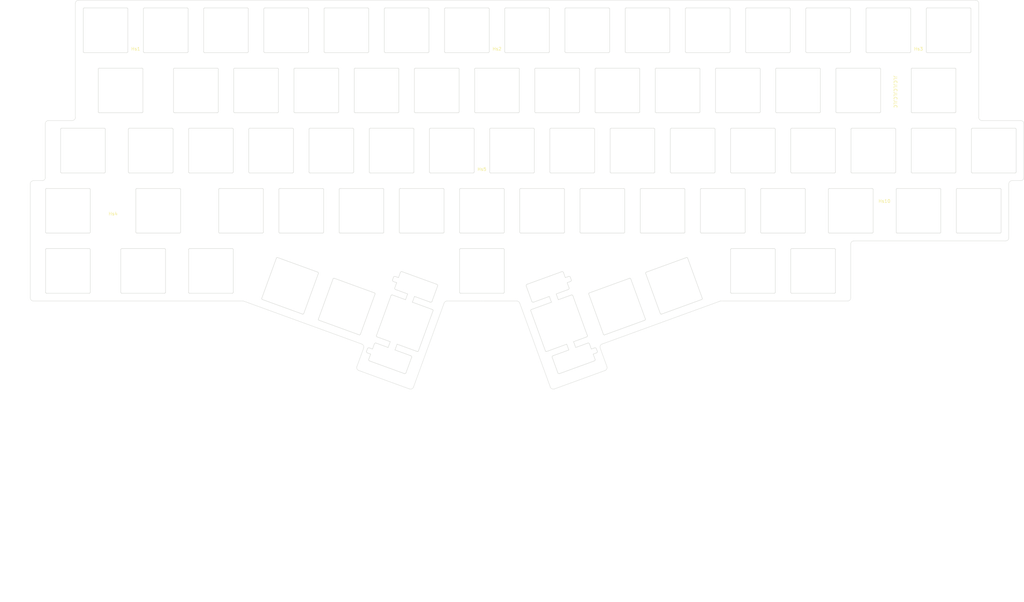
<source format=kicad_pcb>
(kicad_pcb (version 20241229) (generator "pcbnew") (generator_version "9.0")
  (layers (0 "F.Cu" signal) (2 "B.Cu" signal) (13 "F.Paste" user) (15 "B.Paste" user) (5 "F.SilkS" user "F.Silkscreen") (7 "B.SilkS" user "B.Silkscreen") (1 "F.Mask" user) (3 "B.Mask" user) (25 "Edge.Cuts" user))
  (net 0 "")
  (footprint "tmr-lib:Switch_Cutout_powdercoat" (layer "F.Cu") (at 256.5 19)
    (property "Reference" "S28" (hide yes))
    (property "Value" "SWHole")
    (fp_line (start -7.05 -6.75) (end -7.05 6.75) (stroke (width 0.12)) (layer "Edge.Cuts"))
    (fp_line (start -6.75 -7.05) (end 6.75 -7.05) (stroke (width 0.12)) (layer "Edge.Cuts"))
    (fp_line (start -6.75 7.05) (end 6.75 7.05) (stroke (width 0.12)) (layer "Edge.Cuts"))
    (fp_line (start 7.05 -6.75) (end 7.05 6.75) (stroke (width 0.12)) (layer "Edge.Cuts"))
    (fp_arc (start -7.05 -6.75) (mid -6.962132 -6.962132) (end -6.75 -7.05) (stroke (width 0.12)) (layer "Edge.Cuts"))
    (fp_arc (start -6.75 7.05) (mid -6.962132 6.962132) (end -7.05 6.75) (stroke (width 0.12)) (layer "Edge.Cuts"))
    (fp_arc (start 6.75 -7.05) (mid 6.962132 -6.962132) (end 7.05 -6.75) (stroke (width 0.12)) (layer "Edge.Cuts"))
    (fp_arc (start 7.05 6.75) (mid 6.962132 6.962132) (end 6.75 7.05) (stroke (width 0.12)) (layer "Edge.Cuts"))
  )
  (footprint "tmr-lib:Switch_Cutout_powdercoat" (layer "F.Cu") (at 19 0)
    (property "Reference" "S1" (hide yes))
    (property "Value" "SWHole")
    (fp_line (start -7.05 -6.75) (end -7.05 6.75) (stroke (width 0.12)) (layer "Edge.Cuts"))
    (fp_line (start -6.75 -7.05) (end 6.75 -7.05) (stroke (width 0.12)) (layer "Edge.Cuts"))
    (fp_line (start -6.75 7.05) (end 6.75 7.05) (stroke (width 0.12)) (layer "Edge.Cuts"))
    (fp_line (start 7.05 -6.75) (end 7.05 6.75) (stroke (width 0.12)) (layer "Edge.Cuts"))
    (fp_arc (start -7.05 -6.75) (mid -6.962132 -6.962132) (end -6.75 -7.05) (stroke (width 0.12)) (layer "Edge.Cuts"))
    (fp_arc (start -6.75 7.05) (mid -6.962132 6.962132) (end -7.05 6.75) (stroke (width 0.12)) (layer "Edge.Cuts"))
    (fp_arc (start 6.75 -7.05) (mid 6.962132 -6.962132) (end 7.05 -6.75) (stroke (width 0.12)) (layer "Edge.Cuts"))
    (fp_arc (start 7.05 6.75) (mid 6.962132 6.962132) (end 6.75 7.05) (stroke (width 0.12)) (layer "Edge.Cuts"))
  )
  (footprint "tmr-lib:Switch_Cutout_2u_powdercoat" (layer "F.Cu") (at 113.4 92.5 70)
    (property "Reference" "S64" (hide yes))
    (property "Value" "SWHole")
    (fp_line (start -12.45 -8.3) (end -11.55 -8.299999) (stroke (width 0.12)) (layer "Edge.Cuts"))
    (fp_line (start -12.85 -7.9) (end -12.85 -6.77) (stroke (width 0.12)) (layer "Edge.Cuts"))
    (fp_line (start -11.15 -7.899999) (end -11.15 -6.77) (stroke (width 0.12)) (layer "Edge.Cuts"))
    (fp_line (start -15 -6.37) (end -15 5.330001) (stroke (width 0.12)) (layer "Edge.Cuts"))
    (fp_line (start -12.85 -6.77) (end -14.6 -6.77) (stroke (width 0.12)) (layer "Edge.Cuts"))
    (fp_line (start -9.4 -6.77) (end -11.15 -6.77) (stroke (width 0.12)) (layer "Edge.Cuts"))
    (fp_line (start -9 -6.37) (end -9 -2.3) (stroke (width 0.12)) (layer "Edge.Cuts"))
    (fp_line (start -6.75 -7.05) (end 6.75 -7.05) (stroke (width 0.12)) (layer "Edge.Cuts"))
    (fp_line (start -7.05 -2.3) (end -7.05 -6.75) (stroke (width 0.12)) (layer "Edge.Cuts"))
    (fp_line (start -7.05 -2.3) (end -9 -2.3) (stroke (width 0.12)) (layer "Edge.Cuts"))
    (fp_line (start 7.05 -6.75) (end 7.05 -2.3) (stroke (width 0.12)) (layer "Edge.Cuts"))
    (fp_line (start 11.55 -8.3) (end 12.45 -8.3) (stroke (width 0.12)) (layer "Edge.Cuts"))
    (fp_line (start 11.15 -7.9) (end 11.15 -6.77) (stroke (width 0.12)) (layer "Edge.Cuts"))
    (fp_line (start -9 0) (end -9 5.33) (stroke (width 0.12)) (layer "Edge.Cuts"))
    (fp_line (start 12.85 -7.9) (end 12.85 -6.77) (stroke (width 0.12)) (layer "Edge.Cuts"))
    (fp_line (start 9 -6.37) (end 9 -2.3) (stroke (width 0.12)) (layer "Edge.Cuts"))
    (fp_line (start 11.15 -6.77) (end 9.4 -6.77) (stroke (width 0.12)) (layer "Edge.Cuts"))
    (fp_line (start -7.05 0) (end -9 0) (stroke (width 0.12)) (layer "Edge.Cuts"))
    (fp_line (start -7.05 0) (end -7.05 6.75) (stroke (width 0.12)) (layer "Edge.Cuts"))
    (fp_line (start 14.6 -6.77) (end 12.85 -6.77) (stroke (width 0.12)) (layer "Edge.Cuts"))
    (fp_line (start 15 -6.37) (end 15 5.33) (stroke (width 0.12)) (layer "Edge.Cuts"))
    (fp_line (start -14.6 5.73) (end -9.4 5.73) (stroke (width 0.12)) (layer "Edge.Cuts"))
    (fp_line (start 9 -2.3) (end 7.05 -2.3) (stroke (width 0.12)) (layer "Edge.Cuts"))
    (fp_line (start 7.05 0) (end 7.05 6.75) (stroke (width 0.12)) (layer "Edge.Cuts"))
    (fp_line (start 9 0) (end 7.05 0) (stroke (width 0.12)) (layer "Edge.Cuts"))
    (fp_line (start 9 0) (end 9 5.33) (stroke (width 0.12)) (layer "Edge.Cuts"))
    (fp_line (start -6.75 7.05) (end 6.75 7.05) (stroke (width 0.12)) (layer "Edge.Cuts"))
    (fp_line (start 9.4 5.73) (end 14.6 5.73) (stroke (width 0.12)) (layer "Edge.Cuts"))
    (fp_arc (start -12.85 -7.9) (mid -12.732843 -8.182843) (end -12.45 -8.3) (stroke (width 0.12)) (layer "Edge.Cuts"))
    (fp_arc (start -11.55 -8.299999) (mid -11.267157 -8.182842) (end -11.15 -7.899999) (stroke (width 0.12)) (layer "Edge.Cuts"))
    (fp_arc (start -15 -6.37) (mid -14.882843 -6.652844) (end -14.6 -6.77) (stroke (width 0.12)) (layer "Edge.Cuts"))
    (fp_arc (start -9.4 -6.77) (mid -9.117157 -6.652843) (end -9 -6.37) (stroke (width 0.12)) (layer "Edge.Cuts"))
    (fp_arc (start -7.05 -6.75) (mid -6.962132 -6.962131) (end -6.75 -7.05) (stroke (width 0.12)) (layer "Edge.Cuts"))
    (fp_arc (start 6.75 -7.05) (mid 6.962131 -6.962132) (end 7.05 -6.75) (stroke (width 0.12)) (layer "Edge.Cuts"))
    (fp_arc (start 11.15 -7.9) (mid 11.267156 -8.182843) (end 11.55 -8.3) (stroke (width 0.12)) (layer "Edge.Cuts"))
    (fp_arc (start 12.45 -8.3) (mid 12.732843 -8.182843) (end 12.85 -7.9) (stroke (width 0.12)) (layer "Edge.Cuts"))
    (fp_arc (start 9 -6.37) (mid 9.117157 -6.652843) (end 9.4 -6.77) (stroke (width 0.12)) (layer "Edge.Cuts"))
    (fp_arc (start 14.6 -6.77) (mid 14.882843 -6.652843) (end 15 -6.37) (stroke (width 0.12)) (layer "Edge.Cuts"))
    (fp_arc (start -14.6 5.73) (mid -14.882843 5.612843) (end -15 5.330001) (stroke (width 0.12)) (layer "Edge.Cuts"))
    (fp_arc (start -9 5.33) (mid -9.117157 5.612843) (end -9.4 5.73) (stroke (width 0.12)) (layer "Edge.Cuts"))
    (fp_arc (start -6.75 7.05) (mid -6.962131 6.962132) (end -7.05 6.75) (stroke (width 0.12)) (layer "Edge.Cuts"))
    (fp_arc (start 9.4 5.73) (mid 9.117157 5.612842) (end 9 5.33) (stroke (width 0.12)) (layer "Edge.Cuts"))
    (fp_arc (start 7.05 6.75) (mid 6.962132 6.962131) (end 6.75 7.05) (stroke (width 0.12)) (layer "Edge.Cuts"))
    (fp_arc (start 15 5.33) (mid 14.882843 5.612843) (end 14.6 5.73) (stroke (width 0.12)) (layer "Edge.Cuts"))
  )
  (footprint "tmr-lib:Switch_Cutout_powdercoat" (layer "F.Cu") (at 213.75 57)
    (property "Reference" "S55" (hide yes))
    (property "Value" "SWHole")
    (fp_line (start -7.05 -6.75) (end -7.05 6.75) (stroke (width 0.12)) (layer "Edge.Cuts"))
    (fp_line (start -6.75 -7.05) (end 6.75 -7.05) (stroke (width 0.12)) (layer "Edge.Cuts"))
    (fp_line (start -6.75 7.05) (end 6.75 7.05) (stroke (width 0.12)) (layer "Edge.Cuts"))
    (fp_line (start 7.05 -6.75) (end 7.05 6.75) (stroke (width 0.12)) (layer "Edge.Cuts"))
    (fp_arc (start -7.05 -6.75) (mid -6.962132 -6.962132) (end -6.75 -7.05) (stroke (width 0.12)) (layer "Edge.Cuts"))
    (fp_arc (start -6.75 7.05) (mid -6.962132 6.962132) (end -7.05 6.75) (stroke (width 0.12)) (layer "Edge.Cuts"))
    (fp_arc (start 6.75 -7.05) (mid 6.962132 -6.962132) (end 7.05 -6.75) (stroke (width 0.12)) (layer "Edge.Cuts"))
    (fp_arc (start 7.05 6.75) (mid 6.962132 6.962132) (end 6.75 7.05) (stroke (width 0.12)) (layer "Edge.Cuts"))
  )
  (footprint "tmr-lib:Switch_Cutout_powdercoat" (layer "F.Cu") (at 180.4 87.25 20)
    (property "Reference" "S67" (hide yes))
    (property "Value" "SWHole")
    (fp_line (start -7.05 -6.75) (end -7.05 6.75) (stroke (width 0.12)) (layer "Edge.Cuts"))
    (fp_line (start -6.75 -7.05) (end 6.75 -7.05) (stroke (width 0.12)) (layer "Edge.Cuts"))
    (fp_line (start -6.75 7.05) (end 6.75 7.05) (stroke (width 0.12)) (layer "Edge.Cuts"))
    (fp_line (start 7.05 -6.75) (end 7.05 6.75) (stroke (width 0.12)) (layer "Edge.Cuts"))
    (fp_arc (start -7.05 -6.75) (mid -6.962131 -6.962132) (end -6.75 -7.05) (stroke (width 0.12)) (layer "Edge.Cuts"))
    (fp_arc (start -6.75 7.05) (mid -6.962132 6.962131) (end -7.05 6.75) (stroke (width 0.12)) (layer "Edge.Cuts"))
    (fp_arc (start 6.75 -7.05) (mid 6.962132 -6.962131) (end 7.05 -6.75) (stroke (width 0.12)) (layer "Edge.Cuts"))
    (fp_arc (start 7.05 6.75) (mid 6.962131 6.962132) (end 6.75 7.05) (stroke (width 0.12)) (layer "Edge.Cuts"))
  )
  (footprint "tmr-lib:Switch_Cutout_powdercoat" (layer "F.Cu") (at 95.1 87.25 -20)
    (property "Reference" "S63" (hide yes))
    (property "Value" "SWHole")
    (fp_line (start -6.75 7.05) (end 6.75 7.05) (stroke (width 0.12)) (layer "Edge.Cuts"))
    (fp_line (start -7.05 -6.75) (end -7.05 6.75) (stroke (width 0.12)) (layer "Edge.Cuts"))
    (fp_line (start -6.75 -7.05) (end 6.75 -7.05) (stroke (width 0.12)) (layer "Edge.Cuts"))
    (fp_line (start 7.05 -6.75) (end 7.05 6.75) (stroke (width 0.12)) (layer "Edge.Cuts"))
    (fp_arc (start -6.75 7.05) (mid -6.962131 6.962132) (end -7.05 6.75) (stroke (width 0.12)) (layer "Edge.Cuts"))
    (fp_arc (start -7.05 -6.75) (mid -6.962132 -6.962131) (end -6.75 -7.05) (stroke (width 0.12)) (layer "Edge.Cuts"))
    (fp_arc (start 7.05 6.75) (mid 6.962132 6.962131) (end 6.75 7.05) (stroke (width 0.12)) (layer "Edge.Cuts"))
    (fp_arc (start 6.75 -7.05) (mid 6.962131 -6.962132) (end 7.05 -6.75) (stroke (width 0.12)) (layer "Edge.Cuts"))
  )
  (footprint "tmr-lib:Switch_Cutout_powdercoat" (layer "F.Cu") (at 47.5 19)
    (property "Reference" "S17" (hide yes))
    (property "Value" "SWHole")
    (fp_line (start -7.05 -6.75) (end -7.05 6.75) (stroke (width 0.12)) (layer "Edge.Cuts"))
    (fp_line (start -6.75 -7.05) (end 6.75 -7.05) (stroke (width 0.12)) (layer "Edge.Cuts"))
    (fp_line (start -6.75 7.05) (end 6.75 7.05) (stroke (width 0.12)) (layer "Edge.Cuts"))
    (fp_line (start 7.05 -6.75) (end 7.05 6.75) (stroke (width 0.12)) (layer "Edge.Cuts"))
    (fp_arc (start -7.05 -6.75) (mid -6.962132 -6.962132) (end -6.75 -7.05) (stroke (width 0.12)) (layer "Edge.Cuts"))
    (fp_arc (start -6.75 7.05) (mid -6.962132 6.962132) (end -7.05 6.75) (stroke (width 0.12)) (layer "Edge.Cuts"))
    (fp_arc (start 6.75 -7.05) (mid 6.962132 -6.962132) (end 7.05 -6.75) (stroke (width 0.12)) (layer "Edge.Cuts"))
    (fp_arc (start 7.05 6.75) (mid 6.962132 6.962132) (end 6.75 7.05) (stroke (width 0.12)) (layer "Edge.Cuts"))
  )
  (footprint "MountingHole:MountingHole_2.1mm" (layer "F.Cu") (at 28.5 8.93)
    (property "Reference" "Hs1" (at 0 -3.05 0) (layer "F.SilkS"))
    (property "Value" "MountingHole")
    (pad "" np_thru_hole circle (at 0 0) (size 2.1 2.1) (drill 2.1) (layers "*.Cu" "*.Mask"))
  )
  (footprint "tmr-lib:Switch_Cutout_powdercoat" (layer "F.Cu") (at 285 0)
    (property "Reference" "S15" (hide yes))
    (property "Value" "SWHole")
    (fp_line (start -7.05 -6.75) (end -7.05 6.75) (stroke (width 0.12)) (layer "Edge.Cuts"))
    (fp_line (start -6.75 -7.05) (end 6.75 -7.05) (stroke (width 0.12)) (layer "Edge.Cuts"))
    (fp_line (start -6.75 7.05) (end 6.75 7.05) (stroke (width 0.12)) (layer "Edge.Cuts"))
    (fp_line (start 7.05 -6.75) (end 7.05 6.75) (stroke (width 0.12)) (layer "Edge.Cuts"))
    (fp_arc (start -7.05 -6.75) (mid -6.962132 -6.962132) (end -6.75 -7.05) (stroke (width 0.12)) (layer "Edge.Cuts"))
    (fp_arc (start -6.75 7.05) (mid -6.962132 6.962132) (end -7.05 6.75) (stroke (width 0.12)) (layer "Edge.Cuts"))
    (fp_arc (start 6.75 -7.05) (mid 6.962132 -6.962132) (end 7.05 -6.75) (stroke (width 0.12)) (layer "Edge.Cuts"))
    (fp_arc (start 7.05 6.75) (mid 6.962132 6.962132) (end 6.75 7.05) (stroke (width 0.12)) (layer "Edge.Cuts"))
  )
  (footprint "tmr-lib:Switch_Cutout_powdercoat" (layer "F.Cu") (at 57 0)
    (property "Reference" "S3" (hide yes))
    (property "Value" "SWHole")
    (fp_line (start -7.05 -6.75) (end -7.05 6.75) (stroke (width 0.12)) (layer "Edge.Cuts"))
    (fp_line (start -6.75 -7.05) (end 6.75 -7.05) (stroke (width 0.12)) (layer "Edge.Cuts"))
    (fp_line (start -6.75 7.05) (end 6.75 7.05) (stroke (width 0.12)) (layer "Edge.Cuts"))
    (fp_line (start 7.05 -6.75) (end 7.05 6.75) (stroke (width 0.12)) (layer "Edge.Cuts"))
    (fp_arc (start -7.05 -6.75) (mid -6.962132 -6.962132) (end -6.75 -7.05) (stroke (width 0.12)) (layer "Edge.Cuts"))
    (fp_arc (start -6.75 7.05) (mid -6.962132 6.962132) (end -7.05 6.75) (stroke (width 0.12)) (layer "Edge.Cuts"))
    (fp_arc (start 6.75 -7.05) (mid 6.962132 -6.962132) (end 7.05 -6.75) (stroke (width 0.12)) (layer "Edge.Cuts"))
    (fp_arc (start 7.05 6.75) (mid 6.962132 6.962132) (end 6.75 7.05) (stroke (width 0.12)) (layer "Edge.Cuts"))
  )
  (footprint "tmr-lib:Dummy" (layer "F.Cu") (at 232.725 81.1)
    (property "Reference" "BAT2")
    (property "Value" "TestPoint")
  )
  (footprint "tmr-lib:Switch_Cutout_powdercoat" (layer "F.Cu") (at 137.75 57)
    (property "Reference" "S51" (hide yes))
    (property "Value" "SWHole")
    (fp_line (start -7.05 -6.75) (end -7.05 6.75) (stroke (width 0.12)) (layer "Edge.Cuts"))
    (fp_line (start -6.75 -7.05) (end 6.75 -7.05) (stroke (width 0.12)) (layer "Edge.Cuts"))
    (fp_line (start -6.75 7.05) (end 6.75 7.05) (stroke (width 0.12)) (layer "Edge.Cuts"))
    (fp_line (start 7.05 -6.75) (end 7.05 6.75) (stroke (width 0.12)) (layer "Edge.Cuts"))
    (fp_arc (start -7.05 -6.75) (mid -6.962132 -6.962132) (end -6.75 -7.05) (stroke (width 0.12)) (layer "Edge.Cuts"))
    (fp_arc (start -6.75 7.05) (mid -6.962132 6.962132) (end -7.05 6.75) (stroke (width 0.12)) (layer "Edge.Cuts"))
    (fp_arc (start 6.75 -7.05) (mid 6.962132 -6.962132) (end 7.05 -6.75) (stroke (width 0.12)) (layer "Edge.Cuts"))
    (fp_arc (start 7.05 6.75) (mid 6.962132 6.962132) (end 6.75 7.05) (stroke (width 0.12)) (layer "Edge.Cuts"))
  )
  (footprint "tmr-lib:Switch_Cutout_powdercoat" (layer "F.Cu") (at 90.25 38)
    (property "Reference" "S34" (hide yes))
    (property "Value" "SWHole")
    (fp_line (start -7.05 -6.75) (end -7.05 6.75) (stroke (width 0.12)) (layer "Edge.Cuts"))
    (fp_line (start -6.75 -7.05) (end 6.75 -7.05) (stroke (width 0.12)) (layer "Edge.Cuts"))
    (fp_line (start -6.75 7.05) (end 6.75 7.05) (stroke (width 0.12)) (layer "Edge.Cuts"))
    (fp_line (start 7.05 -6.75) (end 7.05 6.75) (stroke (width 0.12)) (layer "Edge.Cuts"))
    (fp_arc (start -7.05 -6.75) (mid -6.962132 -6.962132) (end -6.75 -7.05) (stroke (width 0.12)) (layer "Edge.Cuts"))
    (fp_arc (start -6.75 7.05) (mid -6.962132 6.962132) (end -7.05 6.75) (stroke (width 0.12)) (layer "Edge.Cuts"))
    (fp_arc (start 6.75 -7.05) (mid 6.962132 -6.962132) (end 7.05 -6.75) (stroke (width 0.12)) (layer "Edge.Cuts"))
    (fp_arc (start 7.05 6.75) (mid 6.962132 6.962132) (end 6.75 7.05) (stroke (width 0.12)) (layer "Edge.Cuts"))
  )
  (footprint "tmr-lib:Switch_Cutout_powdercoat" (layer "F.Cu") (at 80.75 57)
    (property "Reference" "S48" (hide yes))
    (property "Value" "SWHole")
    (fp_line (start -7.05 -6.75) (end -7.05 6.75) (stroke (width 0.12)) (layer "Edge.Cuts"))
    (fp_line (start -6.75 -7.05) (end 6.75 -7.05) (stroke (width 0.12)) (layer "Edge.Cuts"))
    (fp_line (start -6.75 7.05) (end 6.75 7.05) (stroke (width 0.12)) (layer "Edge.Cuts"))
    (fp_line (start 7.05 -6.75) (end 7.05 6.75) (stroke (width 0.12)) (layer "Edge.Cuts"))
    (fp_arc (start -7.05 -6.75) (mid -6.962132 -6.962132) (end -6.75 -7.05) (stroke (width 0.12)) (layer "Edge.Cuts"))
    (fp_arc (start -6.75 7.05) (mid -6.962132 6.962132) (end -7.05 6.75) (stroke (width 0.12)) (layer "Edge.Cuts"))
    (fp_arc (start 6.75 -7.05) (mid 6.962132 -6.962132) (end 7.05 -6.75) (stroke (width 0.12)) (layer "Edge.Cuts"))
    (fp_arc (start 7.05 6.75) (mid 6.962132 6.962132) (end 6.75 7.05) (stroke (width 0.12)) (layer "Edge.Cuts"))
  )
  (footprint "tmr-lib:Switch_Cutout_powdercoat" (layer "F.Cu") (at 166.25 38)
    (property "Reference" "S38" (hide yes))
    (property "Value" "SWHole")
    (fp_line (start -7.05 -6.75) (end -7.05 6.75) (stroke (width 0.12)) (layer "Edge.Cuts"))
    (fp_line (start -6.75 -7.05) (end 6.75 -7.05) (stroke (width 0.12)) (layer "Edge.Cuts"))
    (fp_line (start -6.75 7.05) (end 6.75 7.05) (stroke (width 0.12)) (layer "Edge.Cuts"))
    (fp_line (start 7.05 -6.75) (end 7.05 6.75) (stroke (width 0.12)) (layer "Edge.Cuts"))
    (fp_arc (start -7.05 -6.75) (mid -6.962132 -6.962132) (end -6.75 -7.05) (stroke (width 0.12)) (layer "Edge.Cuts"))
    (fp_arc (start -6.75 7.05) (mid -6.962132 6.962132) (end -7.05 6.75) (stroke (width 0.12)) (layer "Edge.Cuts"))
    (fp_arc (start 6.75 -7.05) (mid 6.962132 -6.962132) (end 7.05 -6.75) (stroke (width 0.12)) (layer "Edge.Cuts"))
    (fp_arc (start 7.05 6.75) (mid 6.962132 6.962132) (end 6.75 7.05) (stroke (width 0.12)) (layer "Edge.Cuts"))
  )
  (footprint "tmr-lib:Switch_Cutout_1.25u_powdercoat" (layer "F.Cu") (at 254.125 57)
    (property "Reference" "S57" (hide yes))
    (property "Value" "SWHole")
    (fp_line (start -7.05 -6.75) (end -7.05 6.75) (stroke (width 0.12)) (layer "Edge.Cuts"))
    (fp_line (start -6.75 -7.05) (end 6.75 -7.05) (stroke (width 0.12)) (layer "Edge.Cuts"))
    (fp_line (start -6.75 7.05) (end 6.75 7.05) (stroke (width 0.12)) (layer "Edge.Cuts"))
    (fp_line (start 7.05 -6.75) (end 7.05 6.75) (stroke (width 0.12)) (layer "Edge.Cuts"))
    (fp_arc (start -7.05 -6.75) (mid -6.962132 -6.962132) (end -6.75 -7.05) (stroke (width 0.12)) (layer "Edge.Cuts"))
    (fp_arc (start -6.75 7.05) (mid -6.962132 6.962132) (end -7.05 6.75) (stroke (width 0.12)) (layer "Edge.Cuts"))
    (fp_arc (start 6.75 -7.05) (mid 6.962132 -6.962132) (end 7.05 -6.75) (stroke (width 0.12)) (layer "Edge.Cuts"))
    (fp_arc (start 7.05 6.75) (mid 6.962132 6.962132) (end 6.75 7.05) (stroke (width 0.12)) (layer "Edge.Cuts"))
  )
  (footprint "tmr-lib:Switch_Cutout_powdercoat" (layer "F.Cu") (at 223.25 38)
    (property "Reference" "S41" (hide yes))
    (property "Value" "SWHole")
    (fp_line (start -7.05 -6.75) (end -7.05 6.75) (stroke (width 0.12)) (layer "Edge.Cuts"))
    (fp_line (start -6.75 -7.05) (end 6.75 -7.05) (stroke (width 0.12)) (layer "Edge.Cuts"))
    (fp_line (start -6.75 7.05) (end 6.75 7.05) (stroke (width 0.12)) (layer "Edge.Cuts"))
    (fp_line (start 7.05 -6.75) (end 7.05 6.75) (stroke (width 0.12)) (layer "Edge.Cuts"))
    (fp_arc (start -7.05 -6.75) (mid -6.962132 -6.962132) (end -6.75 -7.05) (stroke (width 0.12)) (layer "Edge.Cuts"))
    (fp_arc (start -6.75 7.05) (mid -6.962132 6.962132) (end -7.05 6.75) (stroke (width 0.12)) (layer "Edge.Cuts"))
    (fp_arc (start 6.75 -7.05) (mid 6.962132 -6.962132) (end 7.05 -6.75) (stroke (width 0.12)) (layer "Edge.Cuts"))
    (fp_arc (start 7.05 6.75) (mid 6.962132 6.962132) (end 6.75 7.05) (stroke (width 0.12)) (layer "Edge.Cuts"))
  )
  (footprint "tmr-lib:MountingHole_1.7mm_M1.6_NoPad" (layer "F.Cu") (at 95 27.93)
    (property "Reference" "Hs8")
    (property "Value" "MountingHole")
    (pad "" np_thru_hole circle (at 0 0) (size 1.7 1.7) (drill 1.7) (layers "*.Cu" "*.Mask"))
  )
  (footprint "tmr-lib:Switch_Cutout_powdercoat" (layer "F.Cu") (at 147.25 38)
    (property "Reference" "S37" (hide yes))
    (property "Value" "SWHole")
    (fp_line (start -7.05 -6.75) (end -7.05 6.75) (stroke (width 0.12)) (layer "Edge.Cuts"))
    (fp_line (start -6.75 -7.05) (end 6.75 -7.05) (stroke (width 0.12)) (layer "Edge.Cuts"))
    (fp_line (start -6.75 7.05) (end 6.75 7.05) (stroke (width 0.12)) (layer "Edge.Cuts"))
    (fp_line (start 7.05 -6.75) (end 7.05 6.75) (stroke (width 0.12)) (layer "Edge.Cuts"))
    (fp_arc (start -7.05 -6.75) (mid -6.962132 -6.962132) (end -6.75 -7.05) (stroke (width 0.12)) (layer "Edge.Cuts"))
    (fp_arc (start -6.75 7.05) (mid -6.962132 6.962132) (end -7.05 6.75) (stroke (width 0.12)) (layer "Edge.Cuts"))
    (fp_arc (start 6.75 -7.05) (mid 6.962132 -6.962132) (end 7.05 -6.75) (stroke (width 0.12)) (layer "Edge.Cuts"))
    (fp_arc (start 7.05 6.75) (mid 6.962132 6.962132) (end 6.75 7.05) (stroke (width 0.12)) (layer "Edge.Cuts"))
  )
  (footprint "tmr-lib:Switch_Cutout_powdercoat" (layer "F.Cu") (at 52.25 76)
    (property "Reference" "S61" (hide yes))
    (property "Value" "SWHole")
    (fp_line (start -7.05 -6.75) (end -7.05 6.75) (stroke (width 0.12)) (layer "Edge.Cuts"))
    (fp_line (start -6.75 -7.05) (end 6.75 -7.05) (stroke (width 0.12)) (layer "Edge.Cuts"))
    (fp_line (start -6.75 7.05) (end 6.75 7.05) (stroke (width 0.12)) (layer "Edge.Cuts"))
    (fp_line (start 7.05 -6.75) (end 7.05 6.75) (stroke (width 0.12)) (layer "Edge.Cuts"))
    (fp_arc (start -7.05 -6.75) (mid -6.962132 -6.962132) (end -6.75 -7.05) (stroke (width 0.12)) (layer "Edge.Cuts"))
    (fp_arc (start -6.75 7.05) (mid -6.962132 6.962132) (end -7.05 6.75) (stroke (width 0.12)) (layer "Edge.Cuts"))
    (fp_arc (start 6.75 -7.05) (mid 6.962132 -6.962132) (end 7.05 -6.75) (stroke (width 0.12)) (layer "Edge.Cuts"))
    (fp_arc (start 7.05 6.75) (mid 6.962132 6.962132) (end 6.75 7.05) (stroke (width 0.12)) (layer "Edge.Cuts"))
  )
  (footprint "tmr-lib:Switch_Cutout_powdercoat" (layer "F.Cu") (at 156.75 57)
    (property "Reference" "S52" (hide yes))
    (property "Value" "SWHole")
    (fp_line (start -7.05 -6.75) (end -7.05 6.75) (stroke (width 0.12)) (layer "Edge.Cuts"))
    (fp_line (start -6.75 -7.05) (end 6.75 -7.05) (stroke (width 0.12)) (layer "Edge.Cuts"))
    (fp_line (start -6.75 7.05) (end 6.75 7.05) (stroke (width 0.12)) (layer "Edge.Cuts"))
    (fp_line (start 7.05 -6.75) (end 7.05 6.75) (stroke (width 0.12)) (layer "Edge.Cuts"))
    (fp_arc (start -7.05 -6.75) (mid -6.962132 -6.962132) (end -6.75 -7.05) (stroke (width 0.12)) (layer "Edge.Cuts"))
    (fp_arc (start -6.75 7.05) (mid -6.962132 6.962132) (end -7.05 6.75) (stroke (width 0.12)) (layer "Edge.Cuts"))
    (fp_arc (start 6.75 -7.05) (mid 6.962132 -6.962132) (end 7.05 -6.75) (stroke (width 0.12)) (layer "Edge.Cuts"))
    (fp_arc (start 7.05 6.75) (mid 6.962132 6.962132) (end 6.75 7.05) (stroke (width 0.12)) (layer "Edge.Cuts"))
  )
  (footprint "tmr-lib:Switch_Cutout_powdercoat" (layer "F.Cu") (at 128.25 38)
    (property "Reference" "S36" (hide yes))
    (property "Value" "SWHole")
    (fp_line (start -7.05 -6.75) (end -7.05 6.75) (stroke (width 0.12)) (layer "Edge.Cuts"))
    (fp_line (start -6.75 -7.05) (end 6.75 -7.05) (stroke (width 0.12)) (layer "Edge.Cuts"))
    (fp_line (start -6.75 7.05) (end 6.75 7.05) (stroke (width 0.12)) (layer "Edge.Cuts"))
    (fp_line (start 7.05 -6.75) (end 7.05 6.75) (stroke (width 0.12)) (layer "Edge.Cuts"))
    (fp_arc (start -7.05 -6.75) (mid -6.962132 -6.962132) (end -6.75 -7.05) (stroke (width 0.12)) (layer "Edge.Cuts"))
    (fp_arc (start -6.75 7.05) (mid -6.962132 6.962132) (end -7.05 6.75) (stroke (width 0.12)) (layer "Edge.Cuts"))
    (fp_arc (start 6.75 -7.05) (mid 6.962132 -6.962132) (end 7.05 -6.75) (stroke (width 0.12)) (layer "Edge.Cuts"))
    (fp_arc (start 7.05 6.75) (mid 6.962132 6.962132) (end 6.75 7.05) (stroke (width 0.12)) (layer "Edge.Cuts"))
  )
  (footprint "tmr-lib:Switch_Cutout_1.25u_powdercoat" (layer "F.Cu") (at 7.125 76)
    (property "Reference" "S59" (hide yes))
    (property "Value" "SWHole")
    (fp_line (start -7.05 -6.75) (end -7.05 6.75) (stroke (width 0.12)) (layer "Edge.Cuts"))
    (fp_line (start -6.75 -7.05) (end 6.75 -7.05) (stroke (width 0.12)) (layer "Edge.Cuts"))
    (fp_line (start -6.75 7.05) (end 6.75 7.05) (stroke (width 0.12)) (layer "Edge.Cuts"))
    (fp_line (start 7.05 -6.75) (end 7.05 6.75) (stroke (width 0.12)) (layer "Edge.Cuts"))
    (fp_arc (start -7.05 -6.75) (mid -6.962132 -6.962132) (end -6.75 -7.05) (stroke (width 0.12)) (layer "Edge.Cuts"))
    (fp_arc (start -6.75 7.05) (mid -6.962132 6.962132) (end -7.05 6.75) (stroke (width 0.12)) (layer "Edge.Cuts"))
    (fp_arc (start 6.75 -7.05) (mid 6.962132 -6.962132) (end 7.05 -6.75) (stroke (width 0.12)) (layer "Edge.Cuts"))
    (fp_arc (start 7.05 6.75) (mid 6.962132 6.962132) (end 6.75 7.05) (stroke (width 0.12)) (layer "Edge.Cuts"))
  )
  (footprint "tmr-lib:Switch_Cutout_powdercoat" (layer "F.Cu") (at 77.225 80.7 -20)
    (property "Reference" "S62" (hide yes))
    (property "Value" "SWHole")
    (fp_line (start -6.75 7.05) (end 6.75 7.05) (stroke (width 0.12)) (layer "Edge.Cuts"))
    (fp_line (start -7.05 -6.75) (end -7.05 6.75) (stroke (width 0.12)) (layer "Edge.Cuts"))
    (fp_line (start -6.75 -7.05) (end 6.75 -7.05) (stroke (width 0.12)) (layer "Edge.Cuts"))
    (fp_line (start 7.05 -6.75) (end 7.05 6.75) (stroke (width 0.12)) (layer "Edge.Cuts"))
    (fp_arc (start -6.75 7.05) (mid -6.962131 6.962132) (end -7.05 6.75) (stroke (width 0.12)) (layer "Edge.Cuts"))
    (fp_arc (start -7.05 -6.75) (mid -6.962132 -6.962131) (end -6.75 -7.05) (stroke (width 0.12)) (layer "Edge.Cuts"))
    (fp_arc (start 7.05 6.75) (mid 6.962132 6.962131) (end 6.75 7.05) (stroke (width 0.12)) (layer "Edge.Cuts"))
    (fp_arc (start 6.75 -7.05) (mid 6.962131 -6.962132) (end 7.05 -6.75) (stroke (width 0.12)) (layer "Edge.Cuts"))
  )
  (footprint "tmr-lib:MountingHole_1.7mm_M1.6_NoPad" (layer "F.Cu") (at 86.355 83.6)
    (property "Reference" "Hs6")
    (property "Value" "MountingHole")
    (pad "" np_thru_hole circle (at 0 0) (size 1.7 1.7) (drill 1.7) (layers "*.Cu" "*.Mask"))
  )
  (footprint "tmr-lib:Switch_Cutout_powdercoat" (layer "F.Cu") (at 118.75 57)
    (property "Reference" "S50" (hide yes))
    (property "Value" "SWHole")
    (fp_line (start -7.05 -6.75) (end -7.05 6.75) (stroke (width 0.12)) (layer "Edge.Cuts"))
    (fp_line (start -6.75 -7.05) (end 6.75 -7.05) (stroke (width 0.12)) (layer "Edge.Cuts"))
    (fp_line (start -6.75 7.05) (end 6.75 7.05) (stroke (width 0.12)) (layer "Edge.Cuts"))
    (fp_line (start 7.05 -6.75) (end 7.05 6.75) (stroke (width 0.12)) (layer "Edge.Cuts"))
    (fp_arc (start -7.05 -6.75) (mid -6.962132 -6.962132) (end -6.75 -7.05) (stroke (width 0.12)) (layer "Edge.Cuts"))
    (fp_arc (start -6.75 7.05) (mid -6.962132 6.962132) (end -7.05 6.75) (stroke (width 0.12)) (layer "Edge.Cuts"))
    (fp_arc (start 6.75 -7.05) (mid 6.962132 -6.962132) (end 7.05 -6.75) (stroke (width 0.12)) (layer "Edge.Cuts"))
    (fp_arc (start 7.05 6.75) (mid 6.962132 6.962132) (end 6.75 7.05) (stroke (width 0.12)) (layer "Edge.Cuts"))
  )
  (footprint "tmr-lib:Switch_Cutout_powdercoat" (layer "F.Cu") (at 198.35 80.7 20)
    (property "Reference" "S68" (hide yes))
    (property "Value" "SWHole")
    (fp_line (start -7.05 -6.75) (end -7.05 6.75) (stroke (width 0.12)) (layer "Edge.Cuts"))
    (fp_line (start -6.75 -7.05) (end 6.75 -7.05) (stroke (width 0.12)) (layer "Edge.Cuts"))
    (fp_line (start -6.75 7.05) (end 6.75 7.05) (stroke (width 0.12)) (layer "Edge.Cuts"))
    (fp_line (start 7.05 -6.75) (end 7.05 6.75) (stroke (width 0.12)) (layer "Edge.Cuts"))
    (fp_arc (start -7.05 -6.75) (mid -6.962131 -6.962132) (end -6.75 -7.05) (stroke (width 0.12)) (layer "Edge.Cuts"))
    (fp_arc (start -6.75 7.05) (mid -6.962132 6.962131) (end -7.05 6.75) (stroke (width 0.12)) (layer "Edge.Cuts"))
    (fp_arc (start 6.75 -7.05) (mid 6.962132 -6.962131) (end 7.05 -6.75) (stroke (width 0.12)) (layer "Edge.Cuts"))
    (fp_arc (start 7.05 6.75) (mid 6.962131 6.962132) (end 6.75 7.05) (stroke (width 0.12)) (layer "Edge.Cuts"))
  )
  (footprint "tmr-lib:Switch_Cutout_powdercoat" (layer "F.Cu") (at 266 0)
    (property "Reference" "S14" (hide yes))
    (property "Value" "SWHole")
    (fp_line (start -7.05 -6.75) (end -7.05 6.75) (stroke (width 0.12)) (layer "Edge.Cuts"))
    (fp_line (start -6.75 -7.05) (end 6.75 -7.05) (stroke (width 0.12)) (layer "Edge.Cuts"))
    (fp_line (start -6.75 7.05) (end 6.75 7.05) (stroke (width 0.12)) (layer "Edge.Cuts"))
    (fp_line (start 7.05 -6.75) (end 7.05 6.75) (stroke (width 0.12)) (layer "Edge.Cuts"))
    (fp_arc (start -7.05 -6.75) (mid -6.962132 -6.962132) (end -6.75 -7.05) (stroke (width 0.12)) (layer "Edge.Cuts"))
    (fp_arc (start -6.75 7.05) (mid -6.962132 6.962132) (end -7.05 6.75) (stroke (width 0.12)) (layer "Edge.Cuts"))
    (fp_arc (start 6.75 -7.05) (mid 6.962132 -6.962132) (end 7.05 -6.75) (stroke (width 0.12)) (layer "Edge.Cuts"))
    (fp_arc (start 7.05 6.75) (mid 6.962132 6.962132) (end 6.75 7.05) (stroke (width 0.12)) (layer "Edge.Cuts"))
  )
  (footprint "tmr-lib:Switch_Cutout_powdercoat" (layer "F.Cu") (at 142.5 19)
    (property "Reference" "S22" (hide yes))
    (property "Value" "SWHole")
    (fp_line (start -7.05 -6.75) (end -7.05 6.75) (stroke (width 0.12)) (layer "Edge.Cuts"))
    (fp_line (start -6.75 -7.05) (end 6.75 -7.05) (stroke (width 0.12)) (layer "Edge.Cuts"))
    (fp_line (start -6.75 7.05) (end 6.75 7.05) (stroke (width 0.12)) (layer "Edge.Cuts"))
    (fp_line (start 7.05 -6.75) (end 7.05 6.75) (stroke (width 0.12)) (layer "Edge.Cuts"))
    (fp_arc (start -7.05 -6.75) (mid -6.962132 -6.962132) (end -6.75 -7.05) (stroke (width 0.12)) (layer "Edge.Cuts"))
    (fp_arc (start -6.75 7.05) (mid -6.962132 6.962132) (end -7.05 6.75) (stroke (width 0.12)) (layer "Edge.Cuts"))
    (fp_arc (start 6.75 -7.05) (mid 6.962132 -6.962132) (end 7.05 -6.75) (stroke (width 0.12)) (layer "Edge.Cuts"))
    (fp_arc (start 7.05 6.75) (mid 6.962132 6.962132) (end 6.75 7.05) (stroke (width 0.12)) (layer "Edge.Cuts"))
  )
  (footprint "tmr-lib:Switch_Cutout_powdercoat" (layer "F.Cu") (at 294.5 57)
    (property "Reference" "S71" (hide yes))
    (property "Value" "SWHole")
    (fp_line (start -7.05 -6.75) (end -7.05 6.75) (stroke (width 0.12)) (layer "Edge.Cuts"))
    (fp_line (start -6.75 -7.05) (end 6.75 -7.05) (stroke (width 0.12)) (layer "Edge.Cuts"))
    (fp_line (start -6.75 7.05) (end 6.75 7.05) (stroke (width 0.12)) (layer "Edge.Cuts"))
    (fp_line (start 7.05 -6.75) (end 7.05 6.75) (stroke (width 0.12)) (layer "Edge.Cuts"))
    (fp_arc (start -7.05 -6.75) (mid -6.962132 -6.962132) (end -6.75 -7.05) (stroke (width 0.12)) (layer "Edge.Cuts"))
    (fp_arc (start -6.75 7.05) (mid -6.962132 6.962132) (end -7.05 6.75) (stroke (width 0.12)) (layer "Edge.Cuts"))
    (fp_arc (start 6.75 -7.05) (mid 6.962132 -6.962132) (end 7.05 -6.75) (stroke (width 0.12)) (layer "Edge.Cuts"))
    (fp_arc (start 7.05 6.75) (mid 6.962132 6.962132) (end 6.75 7.05) (stroke (width 0.12)) (layer "Edge.Cuts"))
  )
  (footprint "tmr-lib:Switch_Cutout_powdercoat" (layer "F.Cu") (at 280.25 19)
    (property "Reference" "S29" (hide yes))
    (property "Value" "SWHole")
    (fp_line (start -7.05 -6.75) (end -7.05 6.75) (stroke (width 0.12)) (layer "Edge.Cuts"))
    (fp_line (start -6.75 -7.05) (end 6.75 -7.05) (stroke (width 0.12)) (layer "Edge.Cuts"))
    (fp_line (start -6.75 7.05) (end 6.75 7.05) (stroke (width 0.12)) (layer "Edge.Cuts"))
    (fp_line (start 7.05 -6.75) (end 7.05 6.75) (stroke (width 0.12)) (layer "Edge.Cuts"))
    (fp_arc (start -7.05 -6.75) (mid -6.962132 -6.962132) (end -6.75 -7.05) (stroke (width 0.12)) (layer "Edge.Cuts"))
    (fp_arc (start -6.75 7.05) (mid -6.962132 6.962132) (end -7.05 6.75) (stroke (width 0.12)) (layer "Edge.Cuts"))
    (fp_arc (start 6.75 -7.05) (mid 6.962132 -6.962132) (end 7.05 -6.75) (stroke (width 0.12)) (layer "Edge.Cuts"))
    (fp_arc (start 7.05 6.75) (mid 6.962132 6.962132) (end 6.75 7.05) (stroke (width 0.12)) (layer "Edge.Cuts"))
  )
  (footprint "tmr-lib:Switch_Cutout_powdercoat" (layer "F.Cu") (at 228 0)
    (property "Reference" "S12" (hide yes))
    (property "Value" "SWHole")
    (fp_line (start -7.05 -6.75) (end -7.05 6.75) (stroke (width 0.12)) (layer "Edge.Cuts"))
    (fp_line (start -6.75 -7.05) (end 6.75 -7.05) (stroke (width 0.12)) (layer "Edge.Cuts"))
    (fp_line (start -6.75 7.05) (end 6.75 7.05) (stroke (width 0.12)) (layer "Edge.Cuts"))
    (fp_line (start 7.05 -6.75) (end 7.05 6.75) (stroke (width 0.12)) (layer "Edge.Cuts"))
    (fp_arc (start -7.05 -6.75) (mid -6.962132 -6.962132) (end -6.75 -7.05) (stroke (width 0.12)) (layer "Edge.Cuts"))
    (fp_arc (start -6.75 7.05) (mid -6.962132 6.962132) (end -7.05 6.75) (stroke (width 0.12)) (layer "Edge.Cuts"))
    (fp_arc (start 6.75 -7.05) (mid 6.962132 -6.962132) (end 7.05 -6.75) (stroke (width 0.12)) (layer "Edge.Cuts"))
    (fp_arc (start 7.05 6.75) (mid 6.962132 6.962132) (end 6.75 7.05) (stroke (width 0.12)) (layer "Edge.Cuts"))
  )
  (footprint "tmr-lib:Switch_Cutout_powdercoat" (layer "F.Cu") (at 223.25 76)
    (property "Reference" "S69" (hide yes))
    (property "Value" "SWHole")
    (fp_line (start -7.05 -6.75) (end -7.05 6.75) (stroke (width 0.12)) (layer "Edge.Cuts"))
    (fp_line (start -6.75 -7.05) (end 6.75 -7.05) (stroke (width 0.12)) (layer "Edge.Cuts"))
    (fp_line (start -6.75 7.05) (end 6.75 7.05) (stroke (width 0.12)) (layer "Edge.Cuts"))
    (fp_line (start 7.05 -6.75) (end 7.05 6.75) (stroke (width 0.12)) (layer "Edge.Cuts"))
    (fp_arc (start -7.05 -6.75) (mid -6.962132 -6.962132) (end -6.75 -7.05) (stroke (width 0.12)) (layer "Edge.Cuts"))
    (fp_arc (start -6.75 7.05) (mid -6.962132 6.962132) (end -7.05 6.75) (stroke (width 0.12)) (layer "Edge.Cuts"))
    (fp_arc (start 6.75 -7.05) (mid 6.962132 -6.962132) (end 7.05 -6.75) (stroke (width 0.12)) (layer "Edge.Cuts"))
    (fp_arc (start 7.05 6.75) (mid 6.962132 6.962132) (end 6.75 7.05) (stroke (width 0.12)) (layer "Edge.Cuts"))
  )
  (footprint "tmr-lib:Switch_Cutout_powdercoat" (layer "F.Cu") (at 66.5 19)
    (property "Reference" "S18" (hide yes))
    (property "Value" "SWHole")
    (fp_line (start -7.05 -6.75) (end -7.05 6.75) (stroke (width 0.12)) (layer "Edge.Cuts"))
    (fp_line (start -6.75 -7.05) (end 6.75 -7.05) (stroke (width 0.12)) (layer "Edge.Cuts"))
    (fp_line (start -6.75 7.05) (end 6.75 7.05) (stroke (width 0.12)) (layer "Edge.Cuts"))
    (fp_line (start 7.05 -6.75) (end 7.05 6.75) (stroke (width 0.12)) (layer "Edge.Cuts"))
    (fp_arc (start -7.05 -6.75) (mid -6.962132 -6.962132) (end -6.75 -7.05) (stroke (width 0.12)) (layer "Edge.Cuts"))
    (fp_arc (start -6.75 7.05) (mid -6.962132 6.962132) (end -7.05 6.75) (stroke (width 0.12)) (layer "Edge.Cuts"))
    (fp_arc (start 6.75 -7.05) (mid 6.962132 -6.962132) (end 7.05 -6.75) (stroke (width 0.12)) (layer "Edge.Cuts"))
    (fp_arc (start 7.05 6.75) (mid 6.962132 6.962132) (end 6.75 7.05) (stroke (width 0.12)) (layer "Edge.Cuts"))
  )
  (footprint "tmr-lib:Switch_Cutout_powdercoat" (layer "F.Cu") (at 194.75 57)
    (property "Reference" "S54" (hide yes))
    (property "Value" "SWHole")
    (fp_line (start -7.05 -6.75) (end -7.05 6.75) (stroke (width 0.12)) (layer "Edge.Cuts"))
    (fp_line (start -6.75 -7.05) (end 6.75 -7.05) (stroke (width 0.12)) (layer "Edge.Cuts"))
    (fp_line (start -6.75 7.05) (end 6.75 7.05) (stroke (width 0.12)) (layer "Edge.Cuts"))
    (fp_line (start 7.05 -6.75) (end 7.05 6.75) (stroke (width 0.12)) (layer "Edge.Cuts"))
    (fp_arc (start -7.05 -6.75) (mid -6.962132 -6.962132) (end -6.75 -7.05) (stroke (width 0.12)) (layer "Edge.Cuts"))
    (fp_arc (start -6.75 7.05) (mid -6.962132 6.962132) (end -7.05 6.75) (stroke (width 0.12)) (layer "Edge.Cuts"))
    (fp_arc (start 6.75 -7.05) (mid 6.962132 -6.962132) (end 7.05 -6.75) (stroke (width 0.12)) (layer "Edge.Cuts"))
    (fp_arc (start 7.05 6.75) (mid 6.962132 6.962132) (end 6.75 7.05) (stroke (width 0.12)) (layer "Edge.Cuts"))
  )
  (footprint "tmr-lib:Switch_Cutout_powdercoat" (layer "F.Cu") (at 204.25 38)
    (property "Reference" "S40" (hide yes))
    (property "Value" "SWHole")
    (fp_line (start -7.05 -6.75) (end -7.05 6.75) (stroke (width 0.12)) (layer "Edge.Cuts"))
    (fp_line (start -6.75 -7.05) (end 6.75 -7.05) (stroke (width 0.12)) (layer "Edge.Cuts"))
    (fp_line (start -6.75 7.05) (end 6.75 7.05) (stroke (width 0.12)) (layer "Edge.Cuts"))
    (fp_line (start 7.05 -6.75) (end 7.05 6.75) (stroke (width 0.12)) (layer "Edge.Cuts"))
    (fp_arc (start -7.05 -6.75) (mid -6.962132 -6.962132) (end -6.75 -7.05) (stroke (width 0.12)) (layer "Edge.Cuts"))
    (fp_arc (start -6.75 7.05) (mid -6.962132 6.962132) (end -7.05 6.75) (stroke (width 0.12)) (layer "Edge.Cuts"))
    (fp_arc (start 6.75 -7.05) (mid 6.962132 -6.962132) (end 7.05 -6.75) (stroke (width 0.12)) (layer "Edge.Cuts"))
    (fp_arc (start 7.05 6.75) (mid 6.962132 6.962132) (end 6.75 7.05) (stroke (width 0.12)) (layer "Edge.Cuts"))
  )
  (footprint "tmr-lib:Switch_Cutout_powdercoat" (layer "F.Cu") (at 38 0)
    (property "Reference" "S2" (hide yes))
    (property "Value" "SWHole")
    (fp_line (start -7.05 -6.75) (end -7.05 6.75) (stroke (width 0.12)) (layer "Edge.Cuts"))
    (fp_line (start -6.75 -7.05) (end 6.75 -7.05) (stroke (width 0.12)) (layer "Edge.Cuts"))
    (fp_line (start -6.75 7.05) (end 6.75 7.05) (stroke (width 0.12)) (layer "Edge.Cuts"))
    (fp_line (start 7.05 -6.75) (end 7.05 6.75) (stroke (width 0.12)) (layer "Edge.Cuts"))
    (fp_arc (start -7.05 -6.75) (mid -6.962132 -6.962132) (end -6.75 -7.05) (stroke (width 0.12)) (layer "Edge.Cuts"))
    (fp_arc (start -6.75 7.05) (mid -6.962132 6.962132) (end -7.05 6.75) (stroke (width 0.12)) (layer "Edge.Cuts"))
    (fp_arc (start 6.75 -7.05) (mid 6.962132 -6.962132) (end 7.05 -6.75) (stroke (width 0.12)) (layer "Edge.Cuts"))
    (fp_arc (start 7.05 6.75) (mid 6.962132 6.962132) (end 6.75 7.05) (stroke (width 0.12)) (layer "Edge.Cuts"))
  )
  (footprint "tmr-lib:MountingHole_1.7mm_M1.6_NoPad" (layer "F.Cu") (at 189.145 83.6)
    (property "Reference" "Hs7")
    (property "Value" "MountingHole")
    (pad "" np_thru_hole circle (at 0 0) (size 1.7 1.7) (drill 1.7) (layers "*.Cu" "*.Mask"))
  )
  (footprint "tmr-lib:Switch_Cutout_powdercoat" (layer "F.Cu") (at 180.5 19)
    (property "Reference" "S24" (hide yes))
    (property "Value" "SWHole")
    (fp_line (start -7.05 -6.75) (end -7.05 6.75) (stroke (width 0.12)) (layer "Edge.Cuts"))
    (fp_line (start -6.75 -7.05) (end 6.75 -7.05) (stroke (width 0.12)) (layer "Edge.Cuts"))
    (fp_line (start -6.75 7.05) (end 6.75 7.05) (stroke (width 0.12)) (layer "Edge.Cuts"))
    (fp_line (start 7.05 -6.75) (end 7.05 6.75) (stroke (width 0.12)) (layer "Edge.Cuts"))
    (fp_arc (start -7.05 -6.75) (mid -6.962132 -6.962132) (end -6.75 -7.05) (stroke (width 0.12)) (layer "Edge.Cuts"))
    (fp_arc (start -6.75 7.05) (mid -6.962132 6.962132) (end -7.05 6.75) (stroke (width 0.12)) (layer "Edge.Cuts"))
    (fp_arc (start 6.75 -7.05) (mid 6.962132 -6.962132) (end 7.05 -6.75) (stroke (width 0.12)) (layer "Edge.Cuts"))
    (fp_arc (start 7.05 6.75) (mid 6.962132 6.962132) (end 6.75 7.05) (stroke (width 0.12)) (layer "Edge.Cuts"))
  )
  (footprint "tmr-lib:Switch_Cutout_1.25u_powdercoat" (layer "F.Cu") (at 30.875 76)
    (property "Reference" "S60" (hide yes))
    (property "Value" "SWHole")
    (fp_line (start -7.05 -6.75) (end -7.05 6.75) (stroke (width 0.12)) (layer "Edge.Cuts"))
    (fp_line (start -6.75 -7.05) (end 6.75 -7.05) (stroke (width 0.12)) (layer "Edge.Cuts"))
    (fp_line (start -6.75 7.05) (end 6.75 7.05) (stroke (width 0.12)) (layer "Edge.Cuts"))
    (fp_line (start 7.05 -6.75) (end 7.05 6.75) (stroke (width 0.12)) (layer "Edge.Cuts"))
    (fp_arc (start -7.05 -6.75) (mid -6.962132 -6.962132) (end -6.75 -7.05) (stroke (width 0.12)) (layer "Edge.Cuts"))
    (fp_arc (start -6.75 7.05) (mid -6.962132 6.962132) (end -7.05 6.75) (stroke (width 0.12)) (layer "Edge.Cuts"))
    (fp_arc (start 6.75 -7.05) (mid 6.962132 -6.962132) (end 7.05 -6.75) (stroke (width 0.12)) (layer "Edge.Cuts"))
    (fp_arc (start 7.05 6.75) (mid 6.962132 6.962132) (end 6.75 7.05) (stroke (width 0.12)) (layer "Edge.Cuts"))
  )
  (footprint "tmr-lib:Switch_Cutout_powdercoat" (layer "F.Cu") (at 99.75 57)
    (property "Reference" "S49" (hide yes))
    (property "Value" "SWHole")
    (fp_line (start -7.05 -6.75) (end -7.05 6.75) (stroke (width 0.12)) (layer "Edge.Cuts"))
    (fp_line (start -6.75 -7.05) (end 6.75 -7.05) (stroke (width 0.12)) (layer "Edge.Cuts"))
    (fp_line (start -6.75 7.05) (end 6.75 7.05) (stroke (width 0.12)) (layer "Edge.Cuts"))
    (fp_line (start 7.05 -6.75) (end 7.05 6.75) (stroke (width 0.12)) (layer "Edge.Cuts"))
    (fp_arc (start -7.05 -6.75) (mid -6.962132 -6.962132) (end -6.75 -7.05) (stroke (width 0.12)) (layer "Edge.Cuts"))
    (fp_arc (start -6.75 7.05) (mid -6.962132 6.962132) (end -7.05 6.75) (stroke (width 0.12)) (layer "Edge.Cuts"))
    (fp_arc (start 6.75 -7.05) (mid 6.962132 -6.962132) (end 7.05 -6.75) (stroke (width 0.12)) (layer "Edge.Cuts"))
    (fp_arc (start 7.05 6.75) (mid 6.962132 6.962132) (end 6.75 7.05) (stroke (width 0.12)) (layer "Edge.Cuts"))
  )
  (footprint "tmr-lib:Switch_Cutout_powdercoat" (layer "F.Cu") (at 218.5 19)
    (property "Reference" "S26" (hide yes))
    (property "Value" "SWHole")
    (fp_line (start -7.05 -6.75) (end -7.05 6.75) (stroke (width 0.12)) (layer "Edge.Cuts"))
    (fp_line (start -6.75 -7.05) (end 6.75 -7.05) (stroke (width 0.12)) (layer "Edge.Cuts"))
    (fp_line (start -6.75 7.05) (end 6.75 7.05) (stroke (width 0.12)) (layer "Edge.Cuts"))
    (fp_line (start 7.05 -6.75) (end 7.05 6.75) (stroke (width 0.12)) (layer "Edge.Cuts"))
    (fp_arc (start -7.05 -6.75) (mid -6.962132 -6.962132) (end -6.75 -7.05) (stroke (width 0.12)) (layer "Edge.Cuts"))
    (fp_arc (start -6.75 7.05) (mid -6.962132 6.962132) (end -7.05 6.75) (stroke (width 0.12)) (layer "Edge.Cuts"))
    (fp_arc (start 6.75 -7.05) (mid 6.962132 -6.962132) (end 7.05 -6.75) (stroke (width 0.12)) (layer "Edge.Cuts"))
    (fp_arc (start 7.05 6.75) (mid 6.962132 6.962132) (end 6.75 7.05) (stroke (width 0.12)) (layer "Edge.Cuts"))
  )
  (footprint "tmr-lib:Switch_Cutout_powdercoat" (layer "F.Cu") (at 95 0)
    (property "Reference" "S5" (hide yes))
    (property "Value" "SWHole")
    (fp_line (start -7.05 -6.75) (end -7.05 6.75) (stroke (width 0.12)) (layer "Edge.Cuts"))
    (fp_line (start -6.75 -7.05) (end 6.75 -7.05) (stroke (width 0.12)) (layer "Edge.Cuts"))
    (fp_line (start -6.75 7.05) (end 6.75 7.05) (stroke (width 0.12)) (layer "Edge.Cuts"))
    (fp_line (start 7.05 -6.75) (end 7.05 6.75) (stroke (width 0.12)) (layer "Edge.Cuts"))
    (fp_arc (start -7.05 -6.75) (mid -6.962132 -6.962132) (end -6.75 -7.05) (stroke (width 0.12)) (layer "Edge.Cuts"))
    (fp_arc (start -6.75 7.05) (mid -6.962132 6.962132) (end -7.05 6.75) (stroke (width 0.12)) (layer "Edge.Cuts"))
    (fp_arc (start 6.75 -7.05) (mid 6.962132 -6.962132) (end 7.05 -6.75) (stroke (width 0.12)) (layer "Edge.Cuts"))
    (fp_arc (start 7.05 6.75) (mid 6.962132 6.962132) (end 6.75 7.05) (stroke (width 0.12)) (layer "Edge.Cuts"))
  )
  (footprint "tmr-lib:Switch_Cutout_powdercoat" (layer "F.Cu") (at 137.75 76)
    (property "Reference" "S65" (hide yes))
    (property "Value" "SWHole")
    (fp_line (start -7.05 -6.75) (end -7.05 6.75) (stroke (width 0.12)) (layer "Edge.Cuts"))
    (fp_line (start -6.75 -7.05) (end 6.75 -7.05) (stroke (width 0.12)) (layer "Edge.Cuts"))
    (fp_line (start -6.75 7.05) (end 6.75 7.05) (stroke (width 0.12)) (layer "Edge.Cuts"))
    (fp_line (start 7.05 -6.75) (end 7.05 6.75) (stroke (width 0.12)) (layer "Edge.Cuts"))
    (fp_arc (start -7.05 -6.75) (mid -6.962132 -6.962132) (end -6.75 -7.05) (stroke (width 0.12)) (layer "Edge.Cuts"))
    (fp_arc (start -6.75 7.05) (mid -6.962132 6.962132) (end -7.05 6.75) (stroke (width 0.12)) (layer "Edge.Cuts"))
    (fp_arc (start 6.75 -7.05) (mid 6.962132 -6.962132) (end 7.05 -6.75) (stroke (width 0.12)) (layer "Edge.Cuts"))
    (fp_arc (start 7.05 6.75) (mid 6.962132 6.962132) (end 6.75 7.05) (stroke (width 0.12)) (layer "Edge.Cuts"))
  )
  (footprint "MountingHole:MountingHole_2.1mm" (layer "F.Cu") (at 137.75 46.93)
    (property "Reference" "Hs5" (at 0 -3.05 0) (layer "F.SilkS"))
    (property "Value" "MountingHole")
    (pad "" np_thru_hole circle (at 0 0) (size 2.1 2.1) (drill 2.1) (layers "*.Cu" "*.Mask"))
  )
  (footprint "MountingHole:MountingHole_2.1mm" (layer "F.Cu") (at 264.75 57)
    (property "Reference" "Hs10" (at 0 -3.05 0) (layer "F.SilkS"))
    (property "Value" "MountingHole")
    (pad "" np_thru_hole circle (at 0 0) (size 2.1 2.1) (drill 2.1) (layers "*.Cu" "*.Mask"))
  )
  (footprint "tmr-lib:Switch_Cutout_powdercoat" (layer "F.Cu") (at 152 0)
    (property "Reference" "S8" (hide yes))
    (property "Value" "SWHole")
    (fp_line (start -7.05 -6.75) (end -7.05 6.75) (stroke (width 0.12)) (layer "Edge.Cuts"))
    (fp_line (start -6.75 -7.05) (end 6.75 -7.05) (stroke (width 0.12)) (layer "Edge.Cuts"))
    (fp_line (start -6.75 7.05) (end 6.75 7.05) (stroke (width 0.12)) (layer "Edge.Cuts"))
    (fp_line (start 7.05 -6.75) (end 7.05 6.75) (stroke (width 0.12)) (layer "Edge.Cuts"))
    (fp_arc (start -7.05 -6.75) (mid -6.962132 -6.962132) (end -6.75 -7.05) (stroke (width 0.12)) (layer "Edge.Cuts"))
    (fp_arc (start -6.75 7.05) (mid -6.962132 6.962132) (end -7.05 6.75) (stroke (width 0.12)) (layer "Edge.Cuts"))
    (fp_arc (start 6.75 -7.05) (mid 6.962132 -6.962132) (end 7.05 -6.75) (stroke (width 0.12)) (layer "Edge.Cuts"))
    (fp_arc (start 7.05 6.75) (mid 6.962132 6.962132) (end 6.75 7.05) (stroke (width 0.12)) (layer "Edge.Cuts"))
  )
  (footprint "tmr-lib:Switch_Cutout_powdercoat" (layer "F.Cu") (at 61.75 57)
    (property "Reference" "S47" (hide yes))
    (property "Value" "SWHole")
    (fp_line (start -7.05 -6.75) (end -7.05 6.75) (stroke (width 0.12)) (layer "Edge.Cuts"))
    (fp_line (start -6.75 -7.05) (end 6.75 -7.05) (stroke (width 0.12)) (layer "Edge.Cuts"))
    (fp_line (start -6.75 7.05) (end 6.75 7.05) (stroke (width 0.12)) (layer "Edge.Cuts"))
    (fp_line (start 7.05 -6.75) (end 7.05 6.75) (stroke (width 0.12)) (layer "Edge.Cuts"))
    (fp_arc (start -7.05 -6.75) (mid -6.962132 -6.962132) (end -6.75 -7.05) (stroke (width 0.12)) (layer "Edge.Cuts"))
    (fp_arc (start -6.75 7.05) (mid -6.962132 6.962132) (end -7.05 6.75) (stroke (width 0.12)) (layer "Edge.Cuts"))
    (fp_arc (start 6.75 -7.05) (mid 6.962132 -6.962132) (end 7.05 -6.75) (stroke (width 0.12)) (layer "Edge.Cuts"))
    (fp_arc (start 7.05 6.75) (mid 6.962132 6.962132) (end 6.75 7.05) (stroke (width 0.12)) (layer "Edge.Cuts"))
  )
  (footprint "tmr-lib:Dummy" (layer "F.Cu") (at 8.4025 -3.975 -90)
    (property "Reference" "Jusb1")
    (property "Value" "TestPoint")
  )
  (footprint "tmr-lib:Switch_Cutout_1.25u_powdercoat" (layer "F.Cu") (at 242.25 76)
    (property "Reference" "S70" (hide yes))
    (property "Value" "SWHole")
    (fp_line (start -7.05 -6.75) (end -7.05 6.75) (stroke (width 0.12)) (layer "Edge.Cuts"))
    (fp_line (start -6.75 -7.05) (end 6.75 -7.05) (stroke (width 0.12)) (layer "Edge.Cuts"))
    (fp_line (start -6.75 7.05) (end 6.75 7.05) (stroke (width 0.12)) (layer "Edge.Cuts"))
    (fp_line (start 7.05 -6.75) (end 7.05 6.75) (stroke (width 0.12)) (layer "Edge.Cuts"))
    (fp_arc (start -7.05 -6.75) (mid -6.962132 -6.962132) (end -6.75 -7.05) (stroke (width 0.12)) (layer "Edge.Cuts"))
    (fp_arc (start -6.75 7.05) (mid -6.962132 6.962132) (end -7.05 6.75) (stroke (width 0.12)) (layer "Edge.Cuts"))
    (fp_arc (start 6.75 -7.05) (mid 6.962132 -6.962132) (end 7.05 -6.75) (stroke (width 0.12)) (layer "Edge.Cuts"))
    (fp_arc (start 7.05 6.75) (mid 6.962132 6.962132) (end 6.75 7.05) (stroke (width 0.12)) (layer "Edge.Cuts"))
  )
  (footprint "tmr-lib:Switch_Cutout_powdercoat" (layer "F.Cu") (at 185.25 38)
    (property "Reference" "S39" (hide yes))
    (property "Value" "SWHole")
    (fp_line (start -7.05 -6.75) (end -7.05 6.75) (stroke (width 0.12)) (layer "Edge.Cuts"))
    (fp_line (start -6.75 -7.05) (end 6.75 -7.05) (stroke (width 0.12)) (layer "Edge.Cuts"))
    (fp_line (start -6.75 7.05) (end 6.75 7.05) (stroke (width 0.12)) (layer "Edge.Cuts"))
    (fp_line (start 7.05 -6.75) (end 7.05 6.75) (stroke (width 0.12)) (layer "Edge.Cuts"))
    (fp_arc (start -7.05 -6.75) (mid -6.962132 -6.962132) (end -6.75 -7.05) (stroke (width 0.12)) (layer "Edge.Cuts"))
    (fp_arc (start -6.75 7.05) (mid -6.962132 6.962132) (end -7.05 6.75) (stroke (width 0.12)) (layer "Edge.Cuts"))
    (fp_arc (start 6.75 -7.05) (mid 6.962132 -6.962132) (end 7.05 -6.75) (stroke (width 0.12)) (layer "Edge.Cuts"))
    (fp_arc (start 7.05 6.75) (mid 6.962132 6.962132) (end 6.75 7.05) (stroke (width 0.12)) (layer "Edge.Cuts"))
  )
  (footprint "tmr-lib:JLC_Order_Num" (layer "F.Cu") (at 268.109144 19.478469 -90)
    (property "Reference" "JLC1")
    (property "Value" "JLC_Order_Num")
    (fp_text user "JLCJLCJLCJLC" (at -0.1 -0.1 270) (layer "F.SilkS"))
  )
  (footprint "tmr-lib:Switch_Cutout_powdercoat" (layer "F.Cu") (at 23.75 19)
    (property "Reference" "S16" (hide yes))
    (property "Value" "SWHole")
    (fp_line (start -7.05 -6.75) (end -7.05 6.75) (stroke (width 0.12)) (layer "Edge.Cuts"))
    (fp_line (start -6.75 -7.05) (end 6.75 -7.05) (stroke (width 0.12)) (layer "Edge.Cuts"))
    (fp_line (start -6.75 7.05) (end 6.75 7.05) (stroke (width 0.12)) (layer "Edge.Cuts"))
    (fp_line (start 7.05 -6.75) (end 7.05 6.75) (stroke (width 0.12)) (layer "Edge.Cuts"))
    (fp_arc (start -7.05 -6.75) (mid -6.962132 -6.962132) (end -6.75 -7.05) (stroke (width 0.12)) (layer "Edge.Cuts"))
    (fp_arc (start -6.75 7.05) (mid -6.962132 6.962132) (end -7.05 6.75) (stroke (width 0.12)) (layer "Edge.Cuts"))
    (fp_arc (start 6.75 -7.05) (mid 6.962132 -6.962132) (end 7.05 -6.75) (stroke (width 0.12)) (layer "Edge.Cuts"))
    (fp_arc (start 7.05 6.75) (mid 6.962132 6.962132) (end 6.75 7.05) (stroke (width 0.12)) (layer "Edge.Cuts"))
  )
  (footprint "tmr-lib:Dummy" (layer "F.Cu") (at 18.25 80)
    (property "Reference" "BAT1")
    (property "Value" "TestPoint")
  )
  (footprint "tmr-lib:Switch_Cutout_1.25u_powdercoat" (layer "F.Cu") (at 11.875 38)
    (property "Reference" "S30" (hide yes))
    (property "Value" "SWHole")
    (fp_line (start -7.05 -6.75) (end -7.05 6.75) (stroke (width 0.12)) (layer "Edge.Cuts"))
    (fp_line (start -6.75 -7.05) (end 6.75 -7.05) (stroke (width 0.12)) (layer "Edge.Cuts"))
    (fp_line (start -6.75 7.05) (end 6.75 7.05) (stroke (width 0.12)) (layer "Edge.Cuts"))
    (fp_line (start 7.05 -6.75) (end 7.05 6.75) (stroke (width 0.12)) (layer "Edge.Cuts"))
    (fp_arc (start -7.05 -6.75) (mid -6.962132 -6.962132) (end -6.75 -7.05) (stroke (width 0.12)) (layer "Edge.Cuts"))
    (fp_arc (start -6.75 7.05) (mid -6.962132 6.962132) (end -7.05 6.75) (stroke (width 0.12)) (layer "Edge.Cuts"))
    (fp_arc (start 6.75 -7.05) (mid 6.962132 -6.962132) (end 7.05 -6.75) (stroke (width 0.12)) (layer "Edge.Cuts"))
    (fp_arc (start 7.05 6.75) (mid 6.962132 6.962132) (end 6.75 7.05) (stroke (width 0.12)) (layer "Edge.Cuts"))
  )
  (footprint "MountingHole:MountingHole_2.1mm" (layer "F.Cu") (at 21.375 61)
    (property "Reference" "Hs4" (at 0 -3.05 0) (layer "F.SilkS"))
    (property "Value" "MountingHole")
    (pad "" np_thru_hole circle (at 0 0) (size 2.1 2.1) (drill 2.1) (layers "*.Cu" "*.Mask"))
  )
  (footprint "tmr-lib:Switch_Cutout_powdercoat" (layer "F.Cu") (at 190 0)
    (property "Reference" "S10" (hide yes))
    (property "Value" "SWHole")
    (fp_line (start -7.05 -6.75) (end -7.05 6.75) (stroke (width 0.12)) (layer "Edge.Cuts"))
    (fp_line (start -6.75 -7.05) (end 6.75 -7.05) (stroke (width 0.12)) (layer "Edge.Cuts"))
    (fp_line (start -6.75 7.05) (end 6.75 7.05) (stroke (width 0.12)) (layer "Edge.Cuts"))
    (fp_line (start 7.05 -6.75) (end 7.05 6.75) (stroke (width 0.12)) (layer "Edge.Cuts"))
    (fp_arc (start -7.05 -6.75) (mid -6.962132 -6.962132) (end -6.75 -7.05) (stroke (width 0.12)) (layer "Edge.Cuts"))
    (fp_arc (start -6.75 7.05) (mid -6.962132 6.962132) (end -7.05 6.75) (stroke (width 0.12)) (layer "Edge.Cuts"))
    (fp_arc (start 6.75 -7.05) (mid 6.962132 -6.962132) (end 7.05 -6.75) (stroke (width 0.12)) (layer "Edge.Cuts"))
    (fp_arc (start 7.05 6.75) (mid 6.962132 6.962132) (end 6.75 7.05) (stroke (width 0.12)) (layer "Edge.Cuts"))
  )
  (footprint "tmr-lib:Switch_Cutout_1.75u_powdercoat" (layer "F.Cu") (at 35.625 57)
    (property "Reference" "S46" (hide yes))
    (property "Value" "SWHole")
    (fp_line (start -7.05 -6.75) (end -7.05 6.75) (stroke (width 0.12)) (layer "Edge.Cuts"))
    (fp_line (start -6.75 -7.05) (end 6.75 -7.05) (stroke (width 0.12)) (layer "Edge.Cuts"))
    (fp_line (start -6.75 7.05) (end 6.75 7.05) (stroke (width 0.12)) (layer "Edge.Cuts"))
    (fp_line (start 7.05 -6.75) (end 7.05 6.75) (stroke (width 0.12)) (layer "Edge.Cuts"))
    (fp_arc (start -7.05 -6.75) (mid -6.962132 -6.962132) (end -6.75 -7.05) (stroke (width 0.12)) (layer "Edge.Cuts"))
    (fp_arc (start -6.75 7.05) (mid -6.962132 6.962132) (end -7.05 6.75) (stroke (width 0.12)) (layer "Edge.Cuts"))
    (fp_arc (start 6.75 -7.05) (mid 6.962132 -6.962132) (end 7.05 -6.75) (stroke (width 0.12)) (layer "Edge.Cuts"))
    (fp_arc (start 7.05 6.75) (mid 6.962132 6.962132) (end 6.75 7.05) (stroke (width 0.12)) (layer "Edge.Cuts"))
  )
  (footprint "tmr-lib:Switch_Cutout_powdercoat" (layer "F.Cu") (at 52.25 38)
    (property "Reference" "S32" (hide yes))
    (property "Value" "SWHole")
    (fp_line (start -7.05 -6.75) (end -7.05 6.75) (stroke (width 0.12)) (layer "Edge.Cuts"))
    (fp_line (start -6.75 -7.05) (end 6.75 -7.05) (stroke (width 0.12)) (layer "Edge.Cuts"))
    (fp_line (start -6.75 7.05) (end 6.75 7.05) (stroke (width 0.12)) (layer "Edge.Cuts"))
    (fp_line (start 7.05 -6.75) (end 7.05 6.75) (stroke (width 0.12)) (layer "Edge.Cuts"))
    (fp_arc (start -7.05 -6.75) (mid -6.962132 -6.962132) (end -6.75 -7.05) (stroke (width 0.12)) (layer "Edge.Cuts"))
    (fp_arc (start -6.75 7.05) (mid -6.962132 6.962132) (end -7.05 6.75) (stroke (width 0.12)) (layer "Edge.Cuts"))
    (fp_arc (start 6.75 -7.05) (mid 6.962132 -6.962132) (end 7.05 -6.75) (stroke (width 0.12)) (layer "Edge.Cuts"))
    (fp_arc (start 7.05 6.75) (mid 6.962132 6.962132) (end 6.75 7.05) (stroke (width 0.12)) (layer "Edge.Cuts"))
  )
  (footprint "tmr-lib:Switch_Cutout_powdercoat" (layer "F.Cu") (at 242.25 38)
    (property "Reference" "S42" (hide yes))
    (property "Value" "SWHole")
    (fp_line (start -7.05 -6.75) (end -7.05 6.75) (stroke (width 0.12)) (layer "Edge.Cuts"))
    (fp_line (start -6.75 -7.05) (end 6.75 -7.05) (stroke (width 0.12)) (layer "Edge.Cuts"))
    (fp_line (start -6.75 7.05) (end 6.75 7.05) (stroke (width 0.12)) (layer "Edge.Cuts"))
    (fp_line (start 7.05 -6.75) (end 7.05 6.75) (stroke (width 0.12)) (layer "Edge.Cuts"))
    (fp_arc (start -7.05 -6.75) (mid -6.962132 -6.962132) (end -6.75 -7.05) (stroke (width 0.12)) (layer "Edge.Cuts"))
    (fp_arc (start -6.75 7.05) (mid -6.962132 6.962132) (end -7.05 6.75) (stroke (width 0.12)) (layer "Edge.Cuts"))
    (fp_arc (start 6.75 -7.05) (mid 6.962132 -6.962132) (end 7.05 -6.75) (stroke (width 0.12)) (layer "Edge.Cuts"))
    (fp_arc (start 7.05 6.75) (mid 6.962132 6.962132) (end 6.75 7.05) (stroke (width 0.12)) (layer "Edge.Cuts"))
  )
  (footprint "tmr-lib:Switch_Cutout_powdercoat" (layer "F.Cu") (at 33.25 38)
    (property "Reference" "S31" (hide yes))
    (property "Value" "SWHole")
    (fp_line (start -7.05 -6.75) (end -7.05 6.75) (stroke (width 0.12)) (layer "Edge.Cuts"))
    (fp_line (start -6.75 -7.05) (end 6.75 -7.05) (stroke (width 0.12)) (layer "Edge.Cuts"))
    (fp_line (start -6.75 7.05) (end 6.75 7.05) (stroke (width 0.12)) (layer "Edge.Cuts"))
    (fp_line (start 7.05 -6.75) (end 7.05 6.75) (stroke (width 0.12)) (layer "Edge.Cuts"))
    (fp_arc (start -7.05 -6.75) (mid -6.962132 -6.962132) (end -6.75 -7.05) (stroke (width 0.12)) (layer "Edge.Cuts"))
    (fp_arc (start -6.75 7.05) (mid -6.962132 6.962132) (end -7.05 6.75) (stroke (width 0.12)) (layer "Edge.Cuts"))
    (fp_arc (start 6.75 -7.05) (mid 6.962132 -6.962132) (end 7.05 -6.75) (stroke (width 0.12)) (layer "Edge.Cuts"))
    (fp_arc (start 7.05 6.75) (mid 6.962132 6.962132) (end 6.75 7.05) (stroke (width 0.12)) (layer "Edge.Cuts"))
  )
  (footprint "tmr-lib:Switch_Cutout_powdercoat" (layer "F.Cu") (at 280.25 38)
    (property "Reference" "S44" (hide yes))
    (property "Value" "SWHole")
    (fp_line (start -7.05 -6.75) (end -7.05 6.75) (stroke (width 0.12)) (layer "Edge.Cuts"))
    (fp_line (start -6.75 -7.05) (end 6.75 -7.05) (stroke (width 0.12)) (layer "Edge.Cuts"))
    (fp_line (start -6.75 7.05) (end 6.75 7.05) (stroke (width 0.12)) (layer "Edge.Cuts"))
    (fp_line (start 7.05 -6.75) (end 7.05 6.75) (stroke (width 0.12)) (layer "Edge.Cuts"))
    (fp_arc (start -7.05 -6.75) (mid -6.962132 -6.962132) (end -6.75 -7.05) (stroke (width 0.12)) (layer "Edge.Cuts"))
    (fp_arc (start -6.75 7.05) (mid -6.962132 6.962132) (end -7.05 6.75) (stroke (width 0.12)) (layer "Edge.Cuts"))
    (fp_arc (start 6.75 -7.05) (mid 6.962132 -6.962132) (end 7.05 -6.75) (stroke (width 0.12)) (layer "Edge.Cuts"))
    (fp_arc (start 7.05 6.75) (mid 6.962132 6.962132) (end 6.75 7.05) (stroke (width 0.12)) (layer "Edge.Cuts"))
  )
  (footprint "tmr-lib:Switch_Cutout_powdercoat" (layer "F.Cu") (at 123.5 19)
    (property "Reference" "S21" (hide yes))
    (property "Value" "SWHole")
    (fp_line (start -7.05 -6.75) (end -7.05 6.75) (stroke (width 0.12)) (layer "Edge.Cuts"))
    (fp_line (start -6.75 -7.05) (end 6.75 -7.05) (stroke (width 0.12)) (layer "Edge.Cuts"))
    (fp_line (start -6.75 7.05) (end 6.75 7.05) (stroke (width 0.12)) (layer "Edge.Cuts"))
    (fp_line (start 7.05 -6.75) (end 7.05 6.75) (stroke (width 0.12)) (layer "Edge.Cuts"))
    (fp_arc (start -7.05 -6.75) (mid -6.962132 -6.962132) (end -6.75 -7.05) (stroke (width 0.12)) (layer "Edge.Cuts"))
    (fp_arc (start -6.75 7.05) (mid -6.962132 6.962132) (end -7.05 6.75) (stroke (width 0.12)) (layer "Edge.Cuts"))
    (fp_arc (start 6.75 -7.05) (mid 6.962132 -6.962132) (end 7.05 -6.75) (stroke (width 0.12)) (layer "Edge.Cuts"))
    (fp_arc (start 7.05 6.75) (mid 6.962132 6.962132) (end 6.75 7.05) (stroke (width 0.12)) (layer "Edge.Cuts"))
  )
  (footprint "tmr-lib:Switch_Cutout_2u_powdercoat" (layer "F.Cu") (at 162.1 92.5 -70)
    (property "Reference" "S66" (hide yes))
    (property "Value" "SWHole")
    (fp_line (start -14.6 5.73) (end -9.4 5.73) (stroke (width 0.12)) (layer "Edge.Cuts"))
    (fp_line (start -6.75 7.05) (end 6.75 7.05) (stroke (width 0.12)) (layer "Edge.Cuts"))
    (fp_line (start -9 0) (end -9 5.33) (stroke (width 0.12)) (layer "Edge.Cuts"))
    (fp_line (start -7.05 0) (end -7.05 6.75) (stroke (width 0.12)) (layer "Edge.Cuts"))
    (fp_line (start -7.05 0) (end -9 0) (stroke (width 0.12)) (layer "Edge.Cuts"))
    (fp_line (start 9.4 5.73) (end 14.6 5.73) (stroke (width 0.12)) (layer "Edge.Cuts"))
    (fp_line (start -7.05 -2.3) (end -9 -2.3) (stroke (width 0.12)) (layer "Edge.Cuts"))
    (fp_line (start -7.05 -2.3) (end -7.05 -6.75) (stroke (width 0.12)) (layer "Edge.Cuts"))
    (fp_line (start -15 -6.37) (end -15 5.33) (stroke (width 0.12)) (layer "Edge.Cuts"))
    (fp_line (start -12.85 -6.77) (end -14.6 -6.77) (stroke (width 0.12)) (layer "Edge.Cuts"))
    (fp_line (start 7.05 0) (end 7.05 6.75) (stroke (width 0.12)) (layer "Edge.Cuts"))
    (fp_line (start -9 -6.37) (end -9 -2.3) (stroke (width 0.12)) (layer "Edge.Cuts"))
    (fp_line (start -12.85 -7.900001) (end -12.85 -6.77) (stroke (width 0.12)) (layer "Edge.Cuts"))
    (fp_line (start 9 0) (end 9 5.33) (stroke (width 0.12)) (layer "Edge.Cuts"))
    (fp_line (start 9 0) (end 7.05 0) (stroke (width 0.12)) (layer "Edge.Cuts"))
    (fp_line (start -9.4 -6.77) (end -11.15 -6.77) (stroke (width 0.12)) (layer "Edge.Cuts"))
    (fp_line (start -12.45 -8.3) (end -11.55 -8.3) (stroke (width 0.12)) (layer "Edge.Cuts"))
    (fp_line (start -11.150001 -7.899999) (end -11.15 -6.77) (stroke (width 0.12)) (layer "Edge.Cuts"))
    (fp_line (start -6.75 -7.05) (end 6.75 -7.05) (stroke (width 0.12)) (layer "Edge.Cuts"))
    (fp_line (start 9 -2.3) (end 7.05 -2.3) (stroke (width 0.12)) (layer "Edge.Cuts"))
    (fp_line (start 7.05 -6.75) (end 7.05 -2.3) (stroke (width 0.12)) (layer "Edge.Cuts"))
    (fp_line (start 9 -6.37) (end 9 -2.3) (stroke (width 0.12)) (layer "Edge.Cuts"))
    (fp_line (start 11.15 -6.77) (end 9.4 -6.77) (stroke (width 0.12)) (layer "Edge.Cuts"))
    (fp_line (start 15 -6.37) (end 15 5.330001) (stroke (width 0.12)) (layer "Edge.Cuts"))
    (fp_line (start 11.15 -7.9) (end 11.15 -6.77) (stroke (width 0.12)) (layer "Edge.Cuts"))
    (fp_line (start 14.6 -6.77) (end 12.85 -6.77) (stroke (width 0.12)) (layer "Edge.Cuts"))
    (fp_line (start 11.55 -8.299999) (end 12.45 -8.3) (stroke (width 0.12)) (layer "Edge.Cuts"))
    (fp_line (start 12.85 -7.9) (end 12.85 -6.77) (stroke (width 0.12)) (layer "Edge.Cuts"))
    (fp_arc (start -14.6 5.73) (mid -14.882843 5.612843) (end -15 5.33) (stroke (width 0.12)) (layer "Edge.Cuts"))
    (fp_arc (start -6.75 7.05) (mid -6.962132 6.962131) (end -7.05 6.75) (stroke (width 0.12)) (layer "Edge.Cuts"))
    (fp_arc (start -9 5.33) (mid -9.117157 5.612842) (end -9.4 5.73) (stroke (width 0.12)) (layer "Edge.Cuts"))
    (fp_arc (start 7.05 6.75) (mid 6.962131 6.962132) (end 6.75 7.05) (stroke (width 0.12)) (layer "Edge.Cuts"))
    (fp_arc (start 9.4 5.73) (mid 9.117157 5.612843) (end 9 5.33) (stroke (width 0.12)) (layer "Edge.Cuts"))
    (fp_arc (start 15 5.330001) (mid 14.882843 5.612843) (end 14.6 5.73) (stroke (width 0.12)) (layer "Edge.Cuts"))
    (fp_arc (start -15 -6.37) (mid -14.882843 -6.652843) (end -14.6 -6.77) (stroke (width 0.12)) (layer "Edge.Cuts"))
    (fp_arc (start -12.85 -7.9) (mid -12.732843 -8.182843) (end -12.45 -8.3) (stroke (width 0.12)) (layer "Edge.Cuts"))
    (fp_arc (start -9.4 -6.77) (mid -9.117157 -6.652843) (end -9 -6.37) (stroke (width 0.12)) (layer "Edge.Cuts"))
    (fp_arc (start -11.55 -8.3) (mid -11.267157 -8.182842) (end -11.150001 -7.899999) (stroke (width 0.12)) (layer "Edge.Cuts"))
    (fp_arc (start -7.05 -6.75) (mid -6.962131 -6.962132) (end -6.75 -7.05) (stroke (width 0.12)) (layer "Edge.Cuts"))
    (fp_arc (start 6.75 -7.05) (mid 6.962132 -6.962131) (end 7.05 -6.75) (stroke (width 0.12)) (layer "Edge.Cuts"))
    (fp_arc (start 9 -6.37) (mid 9.117157 -6.652843) (end 9.4 -6.77) (stroke (width 0.12)) (layer "Edge.Cuts"))
    (fp_arc (start 11.15 -7.9) (mid 11.267157 -8.182843) (end 11.55 -8.299999) (stroke (width 0.12)) (layer "Edge.Cuts"))
    (fp_arc (start 14.6 -6.77) (mid 14.882843 -6.652844) (end 15 -6.37) (stroke (width 0.12)) (layer "Edge.Cuts"))
    (fp_arc (start 12.45 -8.3) (mid 12.732843 -8.182843) (end 12.85 -7.9) (stroke (width 0.12)) (layer "Edge.Cuts"))
  )
  (footprint "tmr-lib:Switch_Cutout_powdercoat" (layer "F.Cu") (at 275.5 57)
    (property "Reference" "S58" (hide yes))
    (property "Value" "SWHole")
    (fp_line (start -7.05 -6.75) (end -7.05 6.75) (stroke (width 0.12)) (layer "Edge.Cuts"))
    (fp_line (start -6.75 -7.05) (end 6.75 -7.05) (stroke (width 0.12)) (layer "Edge.Cuts"))
    (fp_line (start -6.75 7.05) (end 6.75 7.05) (stroke (width 0.12)) (layer "Edge.Cuts"))
    (fp_line (start 7.05 -6.75) (end 7.05 6.75) (stroke (width 0.12)) (layer "Edge.Cuts"))
    (fp_arc (start -7.05 -6.75) (mid -6.962132 -6.962132) (end -6.75 -7.05) (stroke (width 0.12)) (layer "Edge.Cuts"))
    (fp_arc (start -6.75 7.05) (mid -6.962132 6.962132) (end -7.05 6.75) (stroke (width 0.12)) (layer "Edge.Cuts"))
    (fp_arc (start 6.75 -7.05) (mid 6.962132 -6.962132) (end 7.05 -6.75) (stroke (width 0.12)) (layer "Edge.Cuts"))
    (fp_arc (start 7.05 6.75) (mid 6.962132 6.962132) (end 6.75 7.05) (stroke (width 0.12)) (layer "Edge.Cuts"))
  )
  (footprint "tmr-lib:Switch_Cutout_powdercoat" (layer "F.Cu") (at 133 0)
    (property "Reference" "S7" (hide yes))
    (property "Value" "SWHole")
    (fp_line (start -7.05 -6.75) (end -7.05 6.75) (stroke (width 0.12)) (layer "Edge.Cuts"))
    (fp_line (start -6.75 -7.05) (end 6.75 -7.05) (stroke (width 0.12)) (layer "Edge.Cuts"))
    (fp_line (start -6.75 7.05) (end 6.75 7.05) (stroke (width 0.12)) (layer "Edge.Cuts"))
    (fp_line (start 7.05 -6.75) (end 7.05 6.75) (stroke (width 0.12)) (layer "Edge.Cuts"))
    (fp_arc (start -7.05 -6.75) (mid -6.962132 -6.962132) (end -6.75 -7.05) (stroke (width 0.12)) (layer "Edge.Cuts"))
    (fp_arc (start -6.75 7.05) (mid -6.962132 6.962132) (end -7.05 6.75) (stroke (width 0.12)) (layer "Edge.Cuts"))
    (fp_arc (start 6.75 -7.05) (mid 6.962132 -6.962132) (end 7.05 -6.75) (stroke (width 0.12)) (layer "Edge.Cuts"))
    (fp_arc (start 7.05 6.75) (mid 6.962132 6.962132) (end 6.75 7.05) (stroke (width 0.12)) (layer "Edge.Cuts"))
  )
  (footprint "tmr-lib:Switch_Cutout_powdercoat" (layer "F.Cu") (at 175.75 57)
    (property "Reference" "S53" (hide yes))
    (property "Value" "SWHole")
    (fp_line (start -7.05 -6.75) (end -7.05 6.75) (stroke (width 0.12)) (layer "Edge.Cuts"))
    (fp_line (start -6.75 -7.05) (end 6.75 -7.05) (stroke (width 0.12)) (layer "Edge.Cuts"))
    (fp_line (start -6.75 7.05) (end 6.75 7.05) (stroke (width 0.12)) (layer "Edge.Cuts"))
    (fp_line (start 7.05 -6.75) (end 7.05 6.75) (stroke (width 0.12)) (layer "Edge.Cuts"))
    (fp_arc (start -7.05 -6.75) (mid -6.962132 -6.962132) (end -6.75 -7.05) (stroke (width 0.12)) (layer "Edge.Cuts"))
    (fp_arc (start -6.75 7.05) (mid -6.962132 6.962132) (end -7.05 6.75) (stroke (width 0.12)) (layer "Edge.Cuts"))
    (fp_arc (start 6.75 -7.05) (mid 6.962132 -6.962132) (end 7.05 -6.75) (stroke (width 0.12)) (layer "Edge.Cuts"))
    (fp_arc (start 7.05 6.75) (mid 6.962132 6.962132) (end 6.75 7.05) (stroke (width 0.12)) (layer "Edge.Cuts"))
  )
  (footprint "tmr-lib:Switch_Cutout_powdercoat" (layer "F.Cu") (at 161.5 19)
    (property "Reference" "S23" (hide yes))
    (property "Value" "SWHole")
    (fp_line (start -7.05 -6.75) (end -7.05 6.75) (stroke (width 0.12)) (layer "Edge.Cuts"))
    (fp_line (start -6.75 -7.05) (end 6.75 -7.05) (stroke (width 0.12)) (layer "Edge.Cuts"))
    (fp_line (start -6.75 7.05) (end 6.75 7.05) (stroke (width 0.12)) (layer "Edge.Cuts"))
    (fp_line (start 7.05 -6.75) (end 7.05 6.75) (stroke (width 0.12)) (layer "Edge.Cuts"))
    (fp_arc (start -7.05 -6.75) (mid -6.962132 -6.962132) (end -6.75 -7.05) (stroke (width 0.12)) (layer "Edge.Cuts"))
    (fp_arc (start -6.75 7.05) (mid -6.962132 6.962132) (end -7.05 6.75) (stroke (width 0.12)) (layer "Edge.Cuts"))
    (fp_arc (start 6.75 -7.05) (mid 6.962132 -6.962132) (end 7.05 -6.75) (stroke (width 0.12)) (layer "Edge.Cuts"))
    (fp_arc (start 7.05 6.75) (mid 6.962132 6.962132) (end 6.75 7.05) (stroke (width 0.12)) (layer "Edge.Cuts"))
  )
  (footprint "tmr-lib:Switch_Cutout_powdercoat" (layer "F.Cu") (at 247 0)
    (property "Reference" "S13" (hide yes))
    (property "Value" "SWHole")
    (fp_line (start -7.05 -6.75) (end -7.05 6.75) (stroke (width 0.12)) (layer "Edge.Cuts"))
    (fp_line (start -6.75 -7.05) (end 6.75 -7.05) (stroke (width 0.12)) (layer "Edge.Cuts"))
    (fp_line (start -6.75 7.05) (end 6.75 7.05) (stroke (width 0.12)) (layer "Edge.Cuts"))
    (fp_line (start 7.05 -6.75) (end 7.05 6.75) (stroke (width 0.12)) (layer "Edge.Cuts"))
    (fp_arc (start -7.05 -6.75) (mid -6.962132 -6.962132) (end -6.75 -7.05) (stroke (width 0.12)) (layer "Edge.Cuts"))
    (fp_arc (start -6.75 7.05) (mid -6.962132 6.962132) (end -7.05 6.75) (stroke (width 0.12)) (layer "Edge.Cuts"))
    (fp_arc (start 6.75 -7.05) (mid 6.962132 -6.962132) (end 7.05 -6.75) (stroke (width 0.12)) (layer "Edge.Cuts"))
    (fp_arc (start 7.05 6.75) (mid 6.962132 6.962132) (end 6.75 7.05) (stroke (width 0.12)) (layer "Edge.Cuts"))
  )
  (footprint "tmr-lib:Switch_Cutout_powdercoat" (layer "F.Cu") (at 209 0)
    (property "Reference" "S11" (hide yes))
    (property "Value" "SWHole")
    (fp_line (start -7.05 -6.75) (end -7.05 6.75) (stroke (width 0.12)) (layer "Edge.Cuts"))
    (fp_line (start -6.75 -7.05) (end 6.75 -7.05) (stroke (width 0.12)) (layer "Edge.Cuts"))
    (fp_line (start -6.75 7.05) (end 6.75 7.05) (stroke (width 0.12)) (layer "Edge.Cuts"))
    (fp_line (start 7.05 -6.75) (end 7.05 6.75) (stroke (width 0.12)) (layer "Edge.Cuts"))
    (fp_arc (start -7.05 -6.75) (mid -6.962132 -6.962132) (end -6.75 -7.05) (stroke (width 0.12)) (layer "Edge.Cuts"))
    (fp_arc (start -6.75 7.05) (mid -6.962132 6.962132) (end -7.05 6.75) (stroke (width 0.12)) (layer "Edge.Cuts"))
    (fp_arc (start 6.75 -7.05) (mid 6.962132 -6.962132) (end 7.05 -6.75) (stroke (width 0.12)) (layer "Edge.Cuts"))
    (fp_arc (start 7.05 6.75) (mid 6.962132 6.962132) (end 6.75 7.05) (stroke (width 0.12)) (layer "Edge.Cuts"))
  )
  (footprint "tmr-lib:Switch_Cutout_powdercoat" (layer "F.Cu") (at 71.25 38)
    (property "Reference" "S33" (hide yes))
    (property "Value" "SWHole")
    (fp_line (start -7.05 -6.75) (end -7.05 6.75) (stroke (width 0.12)) (layer "Edge.Cuts"))
    (fp_line (start -6.75 -7.05) (end 6.75 -7.05) (stroke (width 0.12)) (layer "Edge.Cuts"))
    (fp_line (start -6.75 7.05) (end 6.75 7.05) (stroke (width 0.12)) (layer "Edge.Cuts"))
    (fp_line (start 7.05 -6.75) (end 7.05 6.75) (stroke (width 0.12)) (layer "Edge.Cuts"))
    (fp_arc (start -7.05 -6.75) (mid -6.962132 -6.962132) (end -6.75 -7.05) (stroke (width 0.12)) (layer "Edge.Cuts"))
    (fp_arc (start -6.75 7.05) (mid -6.962132 6.962132) (end -7.05 6.75) (stroke (width 0.12)) (layer "Edge.Cuts"))
    (fp_arc (start 6.75 -7.05) (mid 6.962132 -6.962132) (end 7.05 -6.75) (stroke (width 0.12)) (layer "Edge.Cuts"))
    (fp_arc (start 7.05 6.75) (mid 6.962132 6.962132) (end 6.75 7.05) (stroke (width 0.12)) (layer "Edge.Cuts"))
  )
  (footprint "tmr-lib:MountingHole_1.7mm_M1.6_NoPad" (layer "F.Cu") (at 209 27.93)
    (property "Reference" "Hs9")
    (property "Value" "MountingHole")
    (pad "" np_thru_hole circle (at 0 0) (size 1.7 1.7) (drill 1.7) (layers "*.Cu" "*.Mask"))
  )
  (footprint "tmr-lib:Switch_Cutout_1.25u_powdercoat" (layer "F.Cu") (at 7.125 57)
    (property "Reference" "S45" (hide yes))
    (property "Value" "SWHole")
    (fp_line (start -7.05 -6.75) (end -7.05 6.75) (stroke (width 0.12)) (layer "Edge.Cuts"))
    (fp_line (start -6.75 -7.05) (end 6.75 -7.05) (stroke (width 0.12)) (layer "Edge.Cuts"))
    (fp_line (start -6.75 7.05) (end 6.75 7.05) (stroke (width 0.12)) (layer "Edge.Cuts"))
    (fp_line (start 7.05 -6.75) (end 7.05 6.75) (stroke (width 0.12)) (layer "Edge.Cuts"))
    (fp_arc (start -7.05 -6.75) (mid -6.962132 -6.962132) (end -6.75 -7.05) (stroke (width 0.12)) (layer "Edge.Cuts"))
    (fp_arc (start -6.75 7.05) (mid -6.962132 6.962132) (end -7.05 6.75) (stroke (width 0.12)) (layer "Edge.Cuts"))
    (fp_arc (start 6.75 -7.05) (mid 6.962132 -6.962132) (end 7.05 -6.75) (stroke (width 0.12)) (layer "Edge.Cuts"))
    (fp_arc (start 7.05 6.75) (mid 6.962132 6.962132) (end 6.75 7.05) (stroke (width 0.12)) (layer "Edge.Cuts"))
  )
  (footprint "tmr-lib:Switch_Cutout_powdercoat" (layer "F.Cu") (at 232.75 57)
    (property "Reference" "S56" (hide yes))
    (property "Value" "SWHole")
    (fp_line (start -7.05 -6.75) (end -7.05 6.75) (stroke (width 0.12)) (layer "Edge.Cuts"))
    (fp_line (start -6.75 -7.05) (end 6.75 -7.05) (stroke (width 0.12)) (layer "Edge.Cuts"))
    (fp_line (start -6.75 7.05) (end 6.75 7.05) (stroke (width 0.12)) (layer "Edge.Cuts"))
    (fp_line (start 7.05 -6.75) (end 7.05 6.75) (stroke (width 0.12)) (layer "Edge.Cuts"))
    (fp_arc (start -7.05 -6.75) (mid -6.962132 -6.962132) (end -6.75 -7.05) (stroke (width 0.12)) (layer "Edge.Cuts"))
    (fp_arc (start -6.75 7.05) (mid -6.962132 6.962132) (end -7.05 6.75) (stroke (width 0.12)) (layer "Edge.Cuts"))
    (fp_arc (start 6.75 -7.05) (mid 6.962132 -6.962132) (end 7.05 -6.75) (stroke (width 0.12)) (layer "Edge.Cuts"))
    (fp_arc (start 7.05 6.75) (mid 6.962132 6.962132) (end 6.75 7.05) (stroke (width 0.12)) (layer "Edge.Cuts"))
  )
  (footprint "tmr-lib:Switch_Cutout_powdercoat" (layer "F.Cu") (at 261.25 38)
    (property "Reference" "S43" (hide yes))
    (property "Value" "SWHole")
    (fp_line (start -7.05 -6.75) (end -7.05 6.75) (stroke (width 0.12)) (layer "Edge.Cuts"))
    (fp_line (start -6.75 -7.05) (end 6.75 -7.05) (stroke (width 0.12)) (layer "Edge.Cuts"))
    (fp_line (start -6.75 7.05) (end 6.75 7.05) (stroke (width 0.12)) (layer "Edge.Cuts"))
    (fp_line (start 7.05 -6.75) (end 7.05 6.75) (stroke (width 0.12)) (layer "Edge.Cuts"))
    (fp_arc (start -7.05 -6.75) (mid -6.962132 -6.962132) (end -6.75 -7.05) (stroke (width 0.12)) (layer "Edge.Cuts"))
    (fp_arc (start -6.75 7.05) (mid -6.962132 6.962132) (end -7.05 6.75) (stroke (width 0.12)) (layer "Edge.Cuts"))
    (fp_arc (start 6.75 -7.05) (mid 6.962132 -6.962132) (end 7.05 -6.75) (stroke (width 0.12)) (layer "Edge.Cuts"))
    (fp_arc (start 7.05 6.75) (mid 6.962132 6.962132) (end 6.75 7.05) (stroke (width 0.12)) (layer "Edge.Cuts"))
  )
  (footprint "tmr-lib:Switch_Cutout_powdercoat" (layer "F.Cu") (at 114 0)
    (property "Reference" "S6" (hide yes))
    (property "Value" "SWHole")
    (fp_line (start -7.05 -6.75) (end -7.05 6.75) (stroke (width 0.12)) (layer "Edge.Cuts"))
    (fp_line (start -6.75 -7.05) (end 6.75 -7.05) (stroke (width 0.12)) (layer "Edge.Cuts"))
    (fp_line (start -6.75 7.05) (end 6.75 7.05) (stroke (width 0.12)) (layer "Edge.Cuts"))
    (fp_line (start 7.05 -6.75) (end 7.05 6.75) (stroke (width 0.12)) (layer "Edge.Cuts"))
    (fp_arc (start -7.05 -6.75) (mid -6.962132 -6.962132) (end -6.75 -7.05) (stroke (width 0.12)) (layer "Edge.Cuts"))
    (fp_arc (start -6.75 7.05) (mid -6.962132 6.962132) (end -7.05 6.75) (stroke (width 0.12)) (layer "Edge.Cuts"))
    (fp_arc (start 6.75 -7.05) (mid 6.962132 -6.962132) (end 7.05 -6.75) (stroke (width 0.12)) (layer "Edge.Cuts"))
    (fp_arc (start 7.05 6.75) (mid 6.962132 6.962132) (end 6.75 7.05) (stroke (width 0.12)) (layer "Edge.Cuts"))
  )
  (footprint "tmr-lib:Switch_Cutout_powdercoat" (layer "F.Cu") (at 104.5 19)
    (property "Reference" "S20" (hide yes))
    (property "Value" "SWHole")
    (fp_line (start -7.05 -6.75) (end -7.05 6.75) (stroke (width 0.12)) (layer "Edge.Cuts"))
    (fp_line (start -6.75 -7.05) (end 6.75 -7.05) (stroke (width 0.12)) (layer "Edge.Cuts"))
    (fp_line (start -6.75 7.05) (end 6.75 7.05) (stroke (width 0.12)) (layer "Edge.Cuts"))
    (fp_line (start 7.05 -6.75) (end 7.05 6.75) (stroke (width 0.12)) (layer "Edge.Cuts"))
    (fp_arc (start -7.05 -6.75) (mid -6.962132 -6.962132) (end -6.75 -7.05) (stroke (width 0.12)) (layer "Edge.Cuts"))
    (fp_arc (start -6.75 7.05) (mid -6.962132 6.962132) (end -7.05 6.75) (stroke (width 0.12)) (layer "Edge.Cuts"))
    (fp_arc (start 6.75 -7.05) (mid 6.962132 -6.962132) (end 7.05 -6.75) (stroke (width 0.12)) (layer "Edge.Cuts"))
    (fp_arc (start 7.05 6.75) (mid 6.962132 6.962132) (end 6.75 7.05) (stroke (width 0.12)) (layer "Edge.Cuts"))
  )
  (footprint "MountingHole:MountingHole_2.1mm" (layer "F.Cu") (at 275.5 8.93)
    (property "Reference" "Hs3" (at 0 -3.05 0) (layer "F.SilkS"))
    (property "Value" "MountingHole")
    (pad "" np_thru_hole circle (at 0 0) (size 2.1 2.1) (drill 2.1) (layers "*.Cu" "*.Mask"))
  )
  (footprint "MountingHole:MountingHole_2.1mm" (layer "F.Cu") (at 142.5 8.93)
    (property "Reference" "Hs2" (at 0 -3.05 0) (layer "F.SilkS"))
    (property "Value" "MountingHole")
    (pad "" np_thru_hole circle (at 0 0) (size 2.1 2.1) (drill 2.1) (layers "*.Cu" "*.Mask"))
  )
  (footprint "tmr-lib:Switch_Cutout_powdercoat" (layer "F.Cu") (at 199.5 19)
    (property "Reference" "S25" (hide yes))
    (property "Value" "SWHole")
    (fp_line (start -7.05 -6.75) (end -7.05 6.75) (stroke (width 0.12)) (layer "Edge.Cuts"))
    (fp_line (start -6.75 -7.05) (end 6.75 -7.05) (stroke (width 0.12)) (layer "Edge.Cuts"))
    (fp_line (start -6.75 7.05) (end 6.75 7.05) (stroke (width 0.12)) (layer "Edge.Cuts"))
    (fp_line (start 7.05 -6.75) (end 7.05 6.75) (stroke (width 0.12)) (layer "Edge.Cuts"))
    (fp_arc (start -7.05 -6.75) (mid -6.962132 -6.962132) (end -6.75 -7.05) (stroke (width 0.12)) (layer "Edge.Cuts"))
    (fp_arc (start -6.75 7.05) (mid -6.962132 6.962132) (end -7.05 6.75) (stroke (width 0.12)) (layer "Edge.Cuts"))
    (fp_arc (start 6.75 -7.05) (mid 6.962132 -6.962132) (end 7.05 -6.75) (stroke (width 0.12)) (layer "Edge.Cuts"))
    (fp_arc (start 7.05 6.75) (mid 6.962132 6.962132) (end 6.75 7.05) (stroke (width 0.12)) (layer "Edge.Cuts"))
  )
  (footprint "tmr-lib:Switch_Cutout_powdercoat" (layer "F.Cu") (at 76 0)
    (property "Reference" "S4" (hide yes))
    (property "Value" "SWHole")
    (fp_line (start -7.05 -6.75) (end -7.05 6.75) (stroke (width 0.12)) (layer "Edge.Cuts"))
    (fp_line (start -6.75 -7.05) (end 6.75 -7.05) (stroke (width 0.12)) (layer "Edge.Cuts"))
    (fp_line (start -6.75 7.05) (end 6.75 7.05) (stroke (width 0.12)) (layer "Edge.Cuts"))
    (fp_line (start 7.05 -6.75) (end 7.05 6.75) (stroke (width 0.12)) (layer "Edge.Cuts"))
    (fp_arc (start -7.05 -6.75) (mid -6.962132 -6.962132) (end -6.75 -7.05) (stroke (width 0.12)) (layer "Edge.Cuts"))
    (fp_arc (start -6.75 7.05) (mid -6.962132 6.962132) (end -7.05 6.75) (stroke (width 0.12)) (layer "Edge.Cuts"))
    (fp_arc (start 6.75 -7.05) (mid 6.962132 -6.962132) (end 7.05 -6.75) (stroke (width 0.12)) (layer "Edge.Cuts"))
    (fp_arc (start 7.05 6.75) (mid 6.962132 6.962132) (end 6.75 7.05) (stroke (width 0.12)) (layer "Edge.Cuts"))
  )
  (footprint "tmr-lib:Switch_Cutout_powdercoat" (layer "F.Cu") (at 171 0)
    (property "Reference" "S9" (hide yes))
    (property "Value" "SWHole")
    (fp_line (start -7.05 -6.75) (end -7.05 6.75) (stroke (width 0.12)) (layer "Edge.Cuts"))
    (fp_line (start -6.75 -7.05) (end 6.75 -7.05) (stroke (width 0.12)) (layer "Edge.Cuts"))
    (fp_line (start -6.75 7.05) (end 6.75 7.05) (stroke (width 0.12)) (layer "Edge.Cuts"))
    (fp_line (start 7.05 -6.75) (end 7.05 6.75) (stroke (width 0.12)) (layer "Edge.Cuts"))
    (fp_arc (start -7.05 -6.75) (mid -6.962132 -6.962132) (end -6.75 -7.05) (stroke (width 0.12)) (layer "Edge.Cuts"))
    (fp_arc (start -6.75 7.05) (mid -6.962132 6.962132) (end -7.05 6.75) (stroke (width 0.12)) (layer "Edge.Cuts"))
    (fp_arc (start 6.75 -7.05) (mid 6.962132 -6.962132) (end 7.05 -6.75) (stroke (width 0.12)) (layer "Edge.Cuts"))
    (fp_arc (start 7.05 6.75) (mid 6.962132 6.962132) (end 6.75 7.05) (stroke (width 0.12)) (layer "Edge.Cuts"))
  )
  (footprint "tmr-lib:Switch_Cutout_powdercoat" (layer "F.Cu") (at 109.25 38)
    (property "Reference" "S35" (hide yes))
    (property "Value" "SWHole")
    (fp_line (start -7.05 -6.75) (end -7.05 6.75) (stroke (width 0.12)) (layer "Edge.Cuts"))
    (fp_line (start -6.75 -7.05) (end 6.75 -7.05) (stroke (width 0.12)) (layer "Edge.Cuts"))
    (fp_line (start -6.75 7.05) (end 6.75 7.05) (stroke (width 0.12)) (layer "Edge.Cuts"))
    (fp_line (start 7.05 -6.75) (end 7.05 6.75) (stroke (width 0.12)) (layer "Edge.Cuts"))
    (fp_arc (start -7.05 -6.75) (mid -6.962132 -6.962132) (end -6.75 -7.05) (stroke (width 0.12)) (layer "Edge.Cuts"))
    (fp_arc (start -6.75 7.05) (mid -6.962132 6.962132) (end -7.05 6.75) (stroke (width 0.12)) (layer "Edge.Cuts"))
    (fp_arc (start 6.75 -7.05) (mid 6.962132 -6.962132) (end 7.05 -6.75) (stroke (width 0.12)) (layer "Edge.Cuts"))
    (fp_arc (start 7.05 6.75) (mid 6.962132 6.962132) (end 6.75 7.05) (stroke (width 0.12)) (layer "Edge.Cuts"))
  )
  (footprint "tmr-lib:Switch_Cutout_powdercoat" (layer "F.Cu") (at 85.5 19)
    (property "Reference" "S19" (hide yes))
    (property "Value" "SWHole")
    (fp_line (start -7.05 -6.75) (end -7.05 6.75) (stroke (width 0.12)) (layer "Edge.Cuts"))
    (fp_line (start -6.75 -7.05) (end 6.75 -7.05) (stroke (width 0.12)) (layer "Edge.Cuts"))
    (fp_line (start -6.75 7.05) (end 6.75 7.05) (stroke (width 0.12)) (layer "Edge.Cuts"))
    (fp_line (start 7.05 -6.75) (end 7.05 6.75) (stroke (width 0.12)) (layer "Edge.Cuts"))
    (fp_arc (start -7.05 -6.75) (mid -6.962132 -6.962132) (end -6.75 -7.05) (stroke (width 0.12)) (layer "Edge.Cuts"))
    (fp_arc (start -6.75 7.05) (mid -6.962132 6.962132) (end -7.05 6.75) (stroke (width 0.12)) (layer "Edge.Cuts"))
    (fp_arc (start 6.75 -7.05) (mid 6.962132 -6.962132) (end 7.05 -6.75) (stroke (width 0.12)) (layer "Edge.Cuts"))
    (fp_arc (start 7.05 6.75) (mid 6.962132 6.962132) (end 6.75 7.05) (stroke (width 0.12)) (layer "Edge.Cuts"))
  )
  (footprint "tmr-lib:Switch_Cutout_powdercoat" (layer "F.Cu") (at 237.5 19)
    (property "Reference" "S27" (hide yes))
    (property "Value" "SWHole")
    (fp_line (start -7.05 -6.75) (end -7.05 6.75) (stroke (width 0.12)) (layer "Edge.Cuts"))
    (fp_line (start -6.75 -7.05) (end 6.75 -7.05) (stroke (width 0.12)) (layer "Edge.Cuts"))
    (fp_line (start -6.75 7.05) (end 6.75 7.05) (stroke (width 0.12)) (layer "Edge.Cuts"))
    (fp_line (start 7.05 -6.75) (end 7.05 6.75) (stroke (width 0.12)) (layer "Edge.Cuts"))
    (fp_arc (start -7.05 -6.75) (mid -6.962132 -6.962132) (end -6.75 -7.05) (stroke (width 0.12)) (layer "Edge.Cuts"))
    (fp_arc (start -6.75 7.05) (mid -6.962132 6.962132) (end -7.05 6.75) (stroke (width 0.12)) (layer "Edge.Cuts"))
    (fp_arc (start 6.75 -7.05) (mid 6.962132 -6.962132) (end 7.05 -6.75) (stroke (width 0.12)) (layer "Edge.Cuts"))
    (fp_arc (start 7.05 6.75) (mid 6.962132 6.962132) (end 6.75 7.05) (stroke (width 0.12)) (layer "Edge.Cuts"))
  )
  (footprint "tmr-lib:Switch_Cutout_powdercoat" (layer "F.Cu") (at 299.25 38)
    (property "Reference" "S72" (hide yes))
    (property "Value" "SWHole")
    (fp_line (start -7.05 -6.75) (end -7.05 6.75) (stroke (width 0.12)) (layer "Edge.Cuts"))
    (fp_line (start -6.75 -7.05) (end 6.75 -7.05) (stroke (width 0.12)) (layer "Edge.Cuts"))
    (fp_line (start -6.75 7.05) (end 6.75 7.05) (stroke (width 0.12)) (layer "Edge.Cuts"))
    (fp_line (start 7.05 -6.75) (end 7.05 6.75) (stroke (width 0.12)) (layer "Edge.Cuts"))
    (fp_arc (start -7.05 -6.75) (mid -6.962132 -6.962132) (end -6.75 -7.05) (stroke (width 0.12)) (layer "Edge.Cuts"))
    (fp_arc (start -6.75 7.05) (mid -6.962132 6.962132) (end -7.05 6.75) (stroke (width 0.12)) (layer "Edge.Cuts"))
    (fp_arc (start 6.75 -7.05) (mid 6.962132 -6.962132) (end 7.05 -6.75) (stroke (width 0.12)) (layer "Edge.Cuts"))
    (fp_arc (start 7.05 6.75) (mid 6.962132 6.962132) (end 6.75 7.05) (stroke (width 0.12)) (layer "Edge.Cuts"))
  )
  (gr_line (start 98.316549 106.165263) (end 100.428329 100.363208) (stroke (width 0.1)) (layer "Edge.Cuts"))
  (gr_line (start 304 65.5) (end 304 48.5) (stroke (width 0.1)) (layer "Edge.Cuts"))
  (gr_line (start 308.75 46.5) (end 308.75 29.5) (stroke (width 0.1)) (layer "Edge.Cuts"))
  (gr_line (start 0 46.5) (end 0 29.5) (stroke (width 0.1)) (layer "Edge.Cuts"))
  (gr_arc (start 148.742304 85.5) (mid 149.315881 85.680848) (end 149.681997 86.157979) (stroke (width 0.1)) (layer "Edge.Cuts"))
  (gr_line (start 1 28.5) (end 8.5 28.5) (stroke (width 0.1)) (layer "Edge.Cuts"))
  (gr_line (start 293.5 -9.5) (end 10.5 -9.5) (stroke (width 0.1)) (layer "Edge.Cuts"))
  (gr_line (start 255.125 66.5) (end 303 66.5) (stroke (width 0.1)) (layer "Edge.Cuts"))
  (gr_arc (start 116.170676 112.663728) (mid 115.653616 113.22801) (end 114.888989 113.261331) (stroke (width 0.1)) (layer "Edge.Cuts"))
  (gr_line (start 307.75 28.5) (end 295.5 28.5) (stroke (width 0.1)) (layer "Edge.Cuts"))
  (gr_line (start -3.75 47.5) (end -1 47.5) (stroke (width 0.1)) (layer "Edge.Cuts"))
  (gr_line (start 137.75 85.5) (end 126.757696 85.5) (stroke (width 0.1)) (layer "Edge.Cuts"))
  (gr_arc (start 307.75 28.5) (mid 308.457107 28.792893) (end 308.75 29.5) (stroke (width 0.1)) (layer "Edge.Cuts"))
  (gr_arc (start 9.5 -8.5) (mid 9.792893 -9.207107) (end 10.5 -9.5) (stroke (width 0.1)) (layer "Edge.Cuts"))
  (gr_line (start 213.160579 85.5) (end 253.125 85.5) (stroke (width 0.1)) (layer "Edge.Cuts"))
  (gr_arc (start 125.818003 86.157979) (mid 126.184119 85.680846) (end 126.757696 85.5) (stroke (width 0.1)) (layer "Edge.Cuts"))
  (gr_arc (start 295.5 28.5) (mid 294.792893 28.207107) (end 294.5 27.5) (stroke (width 0.1)) (layer "Edge.Cuts"))
  (gr_line (start 175.669349 99.081511) (end 212.818553 85.560275) (stroke (width 0.1)) (layer "Edge.Cuts"))
  (gr_line (start 99.830651 99.081511) (end 62.681447 85.560275) (stroke (width 0.1)) (layer "Edge.Cuts"))
  (gr_arc (start -4.75 48.5) (mid -4.457107 47.792893) (end -3.75 47.5) (stroke (width 0.1)) (layer "Edge.Cuts"))
  (gr_arc (start 9.5 27.5) (mid 9.207107 28.207107) (end 8.5 28.5) (stroke (width 0.1)) (layer "Edge.Cuts"))
  (gr_arc (start 212.818553 85.560275) (mid 212.986926 85.515159) (end 213.160579 85.5) (stroke (width 0.1)) (layer "Edge.Cuts"))
  (gr_arc (start 0 29.5) (mid 0.292893 28.792893) (end 1 28.5) (stroke (width 0.1)) (layer "Edge.Cuts"))
  (gr_line (start 125.818003 86.157979) (end 116.170676 112.663728) (stroke (width 0.1)) (layer "Edge.Cuts"))
  (gr_arc (start -3.75 85.5) (mid -4.457107 85.207107) (end -4.75 84.5) (stroke (width 0.1)) (layer "Edge.Cuts"))
  (gr_arc (start 62.339421 85.5) (mid 62.513073 85.515161) (end 62.681447 85.560275) (stroke (width 0.1)) (layer "Edge.Cuts"))
  (gr_line (start 9.5 27.5) (end 9.5 -8.5) (stroke (width 0.1)) (layer "Edge.Cuts"))
  (gr_line (start 137.75 85.5) (end 148.742304 85.5) (stroke (width 0.1)) (layer "Edge.Cuts"))
  (gr_line (start 160.611011 113.261331) (end 176.585822 107.446961) (stroke (width 0.1)) (layer "Edge.Cuts"))
  (gr_line (start 305 47.5) (end 307.75 47.5) (stroke (width 0.1)) (layer "Edge.Cuts"))
  (gr_line (start 149.681997 86.157979) (end 159.329324 112.663728) (stroke (width 0.1)) (layer "Edge.Cuts"))
  (gr_arc (start 99.830651 99.081511) (mid 100.394972 99.598569) (end 100.428329 100.363208) (stroke (width 0.1)) (layer "Edge.Cuts"))
  (gr_line (start 114.888989 113.261331) (end 98.914178 107.446961) (stroke (width 0.1)) (layer "Edge.Cuts"))
  (gr_arc (start 0 46.5) (mid -0.292893 47.207107) (end -1 47.5) (stroke (width 0.1)) (layer "Edge.Cuts"))
  (gr_arc (start 304 65.5) (mid 303.707107 66.207107) (end 303 66.5) (stroke (width 0.1)) (layer "Edge.Cuts"))
  (gr_line (start 294.5 27.5) (end 294.5 -8.5) (stroke (width 0.1)) (layer "Edge.Cuts"))
  (gr_line (start -4.75 84.5) (end -4.75 48.5) (stroke (width 0.1)) (layer "Edge.Cuts"))
  (gr_arc (start 308.75 46.5) (mid 308.457107 47.207107) (end 307.75 47.5) (stroke (width 0.1)) (layer "Edge.Cuts"))
  (gr_line (start 177.183451 106.165263) (end 175.071671 100.363208) (stroke (width 0.1)) (layer "Edge.Cuts"))
  (gr_line (start 254.125 84.5) (end 254.125 67.5) (stroke (width 0.1)) (layer "Edge.Cuts"))
  (gr_arc (start 304 48.5) (mid 304.292893 47.792893) (end 305 47.5) (stroke (width 0.1)) (layer "Edge.Cuts"))
  (gr_line (start 62.339421 85.5) (end -3.75 85.5) (stroke (width 0.1)) (layer "Edge.Cuts"))
  (gr_arc (start 293.5 -9.5) (mid 294.207107 -9.207107) (end 294.5 -8.5) (stroke (width 0.1)) (layer "Edge.Cuts"))
  (gr_arc (start 254.125 67.5) (mid 254.417893 66.792893) (end 255.125 66.5) (stroke (width 0.1)) (layer "Edge.Cuts"))
  (gr_arc (start 98.914178 107.446961) (mid 98.349894 106.929895) (end 98.316549 106.165263) (stroke (width 0.1)) (layer "Edge.Cuts"))
  (gr_arc (start 175.071671 100.363208) (mid 175.105053 99.598572) (end 175.669349 99.081511) (stroke (width 0.1)) (layer "Edge.Cuts"))
  (gr_arc (start 254.125 84.5) (mid 253.832107 85.207107) (end 253.125 85.5) (stroke (width 0.1)) (layer "Edge.Cuts"))
  (gr_arc (start 160.611011 113.261331) (mid 159.846375 113.228018) (end 159.329324 112.663728) (stroke (width 0.1)) (layer "Edge.Cuts"))
  (gr_arc (start 177.183451 106.165263) (mid 177.150089 106.929872) (end 176.585822 107.446961) (stroke (width 0.1)) (layer "Edge.Cuts"))
)
</source>
